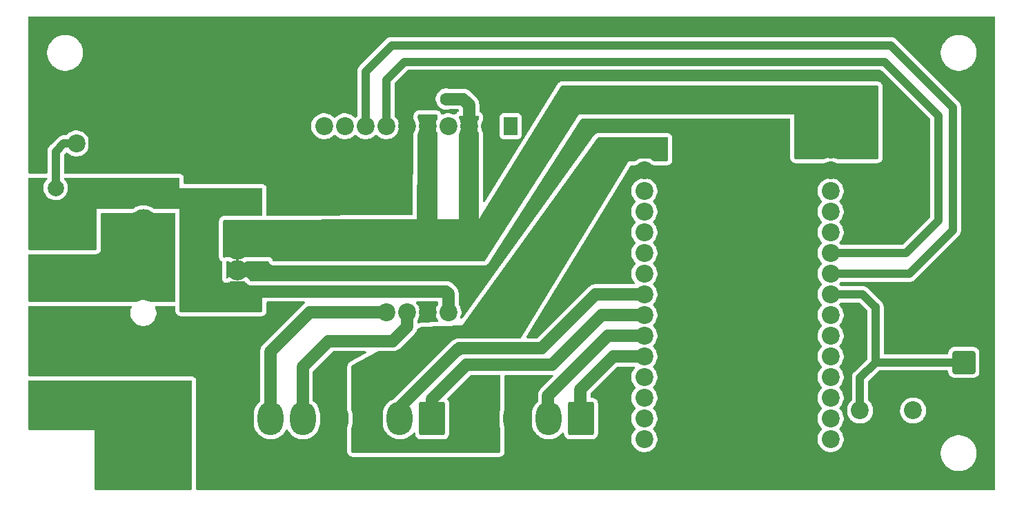
<source format=gbr>
%TF.GenerationSoftware,KiCad,Pcbnew,9.0.6*%
%TF.CreationDate,2026-01-26T13:56:56-03:00*%
%TF.ProjectId,RWPendulum,52575065-6e64-4756-9c75-6d2e6b696361,0*%
%TF.SameCoordinates,Original*%
%TF.FileFunction,Copper,L2,Bot*%
%TF.FilePolarity,Positive*%
%FSLAX46Y46*%
G04 Gerber Fmt 4.6, Leading zero omitted, Abs format (unit mm)*
G04 Created by KiCad (PCBNEW 9.0.6) date 2026-01-26 13:56:56*
%MOMM*%
%LPD*%
G01*
G04 APERTURE LIST*
G04 Aperture macros list*
%AMRoundRect*
0 Rectangle with rounded corners*
0 $1 Rounding radius*
0 $2 $3 $4 $5 $6 $7 $8 $9 X,Y pos of 4 corners*
0 Add a 4 corners polygon primitive as box body*
4,1,4,$2,$3,$4,$5,$6,$7,$8,$9,$2,$3,0*
0 Add four circle primitives for the rounded corners*
1,1,$1+$1,$2,$3*
1,1,$1+$1,$4,$5*
1,1,$1+$1,$6,$7*
1,1,$1+$1,$8,$9*
0 Add four rect primitives between the rounded corners*
20,1,$1+$1,$2,$3,$4,$5,0*
20,1,$1+$1,$4,$5,$6,$7,0*
20,1,$1+$1,$6,$7,$8,$9,0*
20,1,$1+$1,$8,$9,$2,$3,0*%
G04 Aperture macros list end*
%TA.AperFunction,ComponentPad*%
%ADD10C,2.200000*%
%TD*%
%TA.AperFunction,ComponentPad*%
%ADD11C,1.600000*%
%TD*%
%TA.AperFunction,ComponentPad*%
%ADD12R,1.980000X2.500000*%
%TD*%
%TA.AperFunction,ComponentPad*%
%ADD13C,2.500000*%
%TD*%
%TA.AperFunction,ComponentPad*%
%ADD14RoundRect,0.250001X-1.149999X1.149999X-1.149999X-1.149999X1.149999X-1.149999X1.149999X1.149999X0*%
%TD*%
%TA.AperFunction,ComponentPad*%
%ADD15C,2.800000*%
%TD*%
%TA.AperFunction,ComponentPad*%
%ADD16RoundRect,0.250000X0.550000X-0.750000X0.550000X0.750000X-0.550000X0.750000X-0.550000X-0.750000X0*%
%TD*%
%TA.AperFunction,ComponentPad*%
%ADD17C,2.000000*%
%TD*%
%TA.AperFunction,ComponentPad*%
%ADD18C,3.000000*%
%TD*%
%TA.AperFunction,ComponentPad*%
%ADD19RoundRect,0.250001X1.149999X-1.149999X1.149999X1.149999X-1.149999X1.149999X-1.149999X-1.149999X0*%
%TD*%
%TA.AperFunction,ComponentPad*%
%ADD20R,2.200000X2.200000*%
%TD*%
%TA.AperFunction,ComponentPad*%
%ADD21R,2.200000X1.800000*%
%TD*%
%TA.AperFunction,ComponentPad*%
%ADD22RoundRect,0.250000X1.330000X1.800000X-1.330000X1.800000X-1.330000X-1.800000X1.330000X-1.800000X0*%
%TD*%
%TA.AperFunction,ComponentPad*%
%ADD23O,3.160000X4.100000*%
%TD*%
%TA.AperFunction,ComponentPad*%
%ADD24R,1.700000X2.200000*%
%TD*%
%TA.AperFunction,Conductor*%
%ADD25C,1.500000*%
%TD*%
%TA.AperFunction,Conductor*%
%ADD26C,1.000000*%
%TD*%
G04 APERTURE END LIST*
D10*
%TO.P,SW2,1,1*%
%TO.N,GND*%
X196163000Y-124424000D03*
X189663000Y-124424000D03*
%TO.P,SW2,2,2*%
%TO.N,/BTN_EN_CONTROL*%
X196163000Y-119924000D03*
X189663000Y-119924000D03*
%TD*%
D11*
%TO.P,C1,1*%
%TO.N,GND*%
X148550000Y-116459000D03*
%TO.P,C1,2*%
%TO.N,+3V3*%
X143550000Y-116459000D03*
%TD*%
%TO.P,C2,1*%
%TO.N,GND*%
X125175000Y-116205000D03*
%TO.P,C2,2*%
%TO.N,+3V3*%
X130175000Y-116205000D03*
%TD*%
D12*
%TO.P,IC1,1,INPUT*%
%TO.N,+12V*%
X113292000Y-105283000D03*
D13*
%TO.P,IC1,2,GROUND*%
%TO.N,GND*%
X113292000Y-102733000D03*
%TO.P,IC1,3,OUTPUT*%
%TO.N,+5V*%
X113292000Y-100183000D03*
%TD*%
D11*
%TO.P,C4,1*%
%TO.N,+5V*%
X189143000Y-87884000D03*
%TO.P,C4,2*%
%TO.N,GND*%
X194143000Y-87884000D03*
%TD*%
D14*
%TO.P,J1,1,Pin_1*%
%TO.N,GND*%
X91440000Y-114253000D03*
D15*
%TO.P,J1,2,Pin_2*%
%TO.N,/V+_UNFUSED*%
X91440000Y-119253000D03*
%TD*%
D16*
%TO.P,C5,1*%
%TO.N,+12V*%
X110018564Y-93853000D03*
D17*
%TO.P,C5,2*%
%TO.N,GND*%
X110018564Y-90353000D03*
%TD*%
D18*
%TO.P,F1,1*%
%TO.N,/V+_UNFUSED*%
X101727000Y-119200000D03*
%TO.P,F1,2*%
%TO.N,/V+*%
X101727000Y-96700000D03*
%TD*%
D19*
%TO.P,J4,1,Pin_1*%
%TO.N,/BTN_EN_CONTROL*%
X202405500Y-114010000D03*
D15*
%TO.P,J4,2,Pin_2*%
%TO.N,GND*%
X202405500Y-109010000D03*
%TD*%
D20*
%TO.P,U2,1,3V3*%
%TO.N,+3V3*%
X163195000Y-87884000D03*
D10*
%TO.P,U2,2,GND*%
%TO.N,GND*%
X163195000Y-90424000D03*
%TO.P,U2,3,D15*%
%TO.N,unconnected-(U2-D15-Pad3)*%
X163195000Y-92964000D03*
%TO.P,U2,4,D2*%
%TO.N,unconnected-(U2-D2-Pad4)*%
X163195000Y-95504000D03*
%TO.P,U2,5,D4*%
%TO.N,unconnected-(U2-D4-Pad5)*%
X163195000Y-98044000D03*
%TO.P,U2,6,RX2*%
%TO.N,unconnected-(U2-RX2-Pad6)*%
X163195000Y-100584000D03*
%TO.P,U2,7,TX2*%
%TO.N,unconnected-(U2-TX2-Pad7)*%
X163195000Y-103124000D03*
%TO.P,U2,8,D5*%
%TO.N,/MOTOR_ENC_A*%
X163195000Y-105664000D03*
%TO.P,U2,9,D18*%
%TO.N,/MOTOR_ENC_B*%
X163195000Y-108204000D03*
%TO.P,U2,10,D19*%
%TO.N,/BASE_ENC_A*%
X163195000Y-110744000D03*
%TO.P,U2,11,D21*%
%TO.N,/BASE_ENC_B*%
X163195000Y-113284000D03*
%TO.P,U2,12,RX0*%
%TO.N,unconnected-(U2-RX0-Pad12)*%
X163195000Y-115824000D03*
%TO.P,U2,13,TX0*%
%TO.N,unconnected-(U2-TX0-Pad13)*%
X163195000Y-118364000D03*
%TO.P,U2,14,D22*%
%TO.N,unconnected-(U2-D22-Pad14)*%
X163195000Y-120904000D03*
%TO.P,U2,15,D23*%
%TO.N,unconnected-(U2-D23-Pad15)*%
X163195000Y-123444000D03*
%TO.P,U2,16,EN*%
%TO.N,unconnected-(U2-EN-Pad16)*%
X186055000Y-123444000D03*
%TO.P,U2,17,VP*%
%TO.N,unconnected-(U2-VP-Pad17)*%
X186055000Y-120904000D03*
%TO.P,U2,18,VN*%
%TO.N,unconnected-(U2-VN-Pad18)*%
X186055000Y-118364000D03*
%TO.P,U2,19,D34*%
%TO.N,unconnected-(U2-D34-Pad19)*%
X186055000Y-115824000D03*
%TO.P,U2,20,D35*%
%TO.N,unconnected-(U2-D35-Pad20)*%
X186055000Y-113284000D03*
%TO.P,U2,21,D32*%
%TO.N,unconnected-(U2-D32-Pad21)*%
X186055000Y-110744000D03*
%TO.P,U2,22,D33*%
%TO.N,unconnected-(U2-D33-Pad22)*%
X186055000Y-108204000D03*
%TO.P,U2,23,D25*%
%TO.N,/BTN_EN_CONTROL*%
X186055000Y-105664000D03*
%TO.P,U2,24,D26*%
%TO.N,/DRIVER_PWM1*%
X186055000Y-103124000D03*
%TO.P,U2,25,D27*%
%TO.N,/DRIVER_PWM2*%
X186055000Y-100584000D03*
%TO.P,U2,26,D14*%
%TO.N,unconnected-(U2-D14-Pad26)*%
X186055000Y-98044000D03*
%TO.P,U2,27,D12*%
%TO.N,unconnected-(U2-D12-Pad27)*%
X186055000Y-95504000D03*
%TO.P,U2,28,D13*%
%TO.N,unconnected-(U2-D13-Pad28)*%
X186055000Y-92964000D03*
%TO.P,U2,29,GND*%
%TO.N,GND*%
X186055000Y-90424000D03*
%TO.P,U2,30,VIN*%
%TO.N,+5V*%
X186055000Y-87884000D03*
%TD*%
D21*
%TO.P,D1,1,K*%
%TO.N,GND*%
X96048564Y-87122000D03*
D10*
%TO.P,D1,2,A*%
%TO.N,Net-(D1-A)*%
X93508564Y-87122000D03*
%TD*%
D22*
%TO.P,J3,1,Pin_1*%
%TO.N,/BASE_ENC_B*%
X155419000Y-120919000D03*
D23*
%TO.P,J3,2,Pin_2*%
%TO.N,/BASE_ENC_A*%
X151459000Y-120919000D03*
%TO.P,J3,3,Pin_3*%
%TO.N,GND*%
X147499000Y-120919000D03*
%TO.P,J3,4,Pin_4*%
%TO.N,+3V3*%
X143539000Y-120919000D03*
%TD*%
D11*
%TO.P,C3,1*%
%TO.N,+5V*%
X138898000Y-81661000D03*
%TO.P,C3,2*%
%TO.N,GND*%
X133898000Y-81661000D03*
%TD*%
D22*
%TO.P,J2,1,Pin_1*%
%TO.N,/MOTOR_ENC_B*%
X137154000Y-120919000D03*
D23*
%TO.P,J2,2,Pin_2*%
%TO.N,/MOTOR_ENC_A*%
X133194000Y-120919000D03*
%TO.P,J2,3,Pin_3*%
%TO.N,+3V3*%
X129234000Y-120919000D03*
%TO.P,J2,4,Pin_4*%
%TO.N,GND*%
X125274000Y-120919000D03*
%TO.P,J2,5,Pin_5*%
%TO.N,/MOTOR+*%
X121314000Y-120919000D03*
%TO.P,J2,6,Pin_6*%
%TO.N,/MOTOR-*%
X117354000Y-120919000D03*
%TD*%
D24*
%TO.P,A1,1,VM*%
%TO.N,unconnected-(A1-VM-Pad1)*%
X146772000Y-85003000D03*
D10*
%TO.P,A1,2,GND*%
%TO.N,GND*%
X144232000Y-85003000D03*
%TO.P,A1,3,VCC*%
%TO.N,+5V*%
X141692000Y-85003000D03*
%TO.P,A1,4,OCC*%
%TO.N,unconnected-(A1-OCC-Pad4)*%
X139152000Y-85003000D03*
%TO.P,A1,5,EN*%
%TO.N,+5V*%
X136612000Y-85003000D03*
%TO.P,A1,6,ENB*%
%TO.N,GND*%
X134072000Y-85003000D03*
%TO.P,A1,7,PWM2*%
%TO.N,/DRIVER_PWM2*%
X131532000Y-85003000D03*
%TO.P,A1,8,PWM1*%
%TO.N,/DRIVER_PWM1*%
X128992000Y-85003000D03*
%TO.P,A1,9,OCM*%
%TO.N,unconnected-(A1-OCM-Pad9)*%
X126452000Y-85003000D03*
%TO.P,A1,10,DIAG*%
%TO.N,unconnected-(A1-DIAG-Pad10)*%
X123912000Y-85003000D03*
%TO.P,A1,11,VIN*%
%TO.N,+12V*%
X139152000Y-107863000D03*
%TO.P,A1,12,GND*%
%TO.N,GND*%
X136612000Y-107863000D03*
%TO.P,A1,13,OUT2*%
%TO.N,/MOTOR+*%
X134072000Y-107863000D03*
%TO.P,A1,14,OUT1*%
%TO.N,/MOTOR-*%
X131532000Y-107863000D03*
%TD*%
D17*
%TO.P,R2,1*%
%TO.N,Net-(D1-A)*%
X90968564Y-92583000D03*
%TO.P,R2,2*%
%TO.N,+12V*%
X101128564Y-92583000D03*
%TD*%
D14*
%TO.P,SW1,1,A*%
%TO.N,+12V*%
X91440000Y-97997000D03*
D15*
%TO.P,SW1,2,B*%
%TO.N,/V+*%
X91440000Y-102997000D03*
%TD*%
D25*
%TO.N,/MOTOR_ENC_A*%
X157226000Y-105664000D02*
X163195000Y-105664000D01*
X140522159Y-112299000D02*
X150591000Y-112299000D01*
X140299158Y-112395000D02*
X140426158Y-112395000D01*
X135101000Y-117629000D02*
X135101000Y-117593158D01*
X140426158Y-112395000D02*
X140522159Y-112299000D01*
X150591000Y-112299000D02*
X157226000Y-105664000D01*
X133194000Y-119536000D02*
X135101000Y-117629000D01*
X135101000Y-117593158D02*
X140299158Y-112395000D01*
X133194000Y-120919000D02*
X133194000Y-119536000D01*
%TO.N,/MOTOR_ENC_B*%
X151892000Y-114300000D02*
X157988000Y-108204000D01*
X141351000Y-114300000D02*
X151892000Y-114300000D01*
X137102000Y-118549000D02*
X141351000Y-114300000D01*
X157988000Y-108204000D02*
X163195000Y-108204000D01*
X137102000Y-121473000D02*
X137102000Y-118549000D01*
%TO.N,/BASE_ENC_A*%
X151392000Y-118102000D02*
X151392000Y-121433000D01*
X158750000Y-110744000D02*
X151392000Y-118102000D01*
X163195000Y-110744000D02*
X158750000Y-110744000D01*
%TO.N,/BASE_ENC_B*%
X159385000Y-113284000D02*
X163195000Y-113284000D01*
X155352000Y-117317000D02*
X159385000Y-113284000D01*
X155352000Y-121433000D02*
X155352000Y-117317000D01*
D26*
%TO.N,/MOTOR_ENC_A*%
X133142000Y-121473000D02*
X133142000Y-119207000D01*
D25*
%TO.N,GND*%
X133898000Y-82193000D02*
X133898000Y-84829000D01*
X133898000Y-84829000D02*
X134072000Y-85003000D01*
X125175000Y-116205000D02*
X125175000Y-120820000D01*
X125175000Y-120820000D02*
X125274000Y-120919000D01*
D26*
%TO.N,/BTN_EN_CONTROL*%
X191552000Y-107224000D02*
X191552000Y-114010000D01*
X202405500Y-114010000D02*
X191552000Y-114010000D01*
X189663000Y-119924000D02*
X189663000Y-115899000D01*
X191516000Y-107188000D02*
X191552000Y-107224000D01*
X186055000Y-105664000D02*
X189992000Y-105664000D01*
X189663000Y-115899000D02*
X191552000Y-114010000D01*
X189992000Y-105664000D02*
X191516000Y-107188000D01*
%TO.N,/DRIVER_PWM1*%
X128992000Y-85003000D02*
X128992000Y-78272000D01*
X201041000Y-82677000D02*
X201041000Y-97790000D01*
X132207000Y-75057000D02*
X193421000Y-75057000D01*
X201041000Y-97790000D02*
X195707000Y-103124000D01*
X193421000Y-75057000D02*
X201041000Y-82677000D01*
X128992000Y-78272000D02*
X132207000Y-75057000D01*
X195707000Y-103124000D02*
X186055000Y-103124000D01*
D25*
%TO.N,+5V*%
X140970000Y-81661000D02*
X138898000Y-81661000D01*
X141692000Y-85003000D02*
X141692000Y-82383000D01*
X141692000Y-82383000D02*
X140970000Y-81661000D01*
%TO.N,+3V3*%
X143472000Y-121433000D02*
X143472000Y-116791000D01*
X143487724Y-121417276D02*
X143472000Y-121433000D01*
X129159000Y-120844000D02*
X129234000Y-120919000D01*
X143472000Y-116791000D02*
X143550000Y-116713000D01*
D26*
%TO.N,/DRIVER_PWM2*%
X131532000Y-85003000D02*
X131532000Y-79288000D01*
X133731000Y-77089000D02*
X192659000Y-77089000D01*
X195262500Y-100584000D02*
X186055000Y-100584000D01*
X131532000Y-79288000D02*
X133731000Y-77089000D01*
X199263000Y-83693000D02*
X199263000Y-96583500D01*
X192659000Y-77089000D02*
X199263000Y-83693000D01*
X199263000Y-96583500D02*
X195262500Y-100584000D01*
D25*
%TO.N,+12V*%
X113292000Y-105283000D02*
X138858000Y-105283000D01*
X139152000Y-107863000D02*
X139152000Y-105577000D01*
X139152000Y-105577000D02*
X138858000Y-105283000D01*
%TO.N,/MOTOR-*%
X122174000Y-107823000D02*
X122214000Y-107863000D01*
X122214000Y-107863000D02*
X131532000Y-107863000D01*
X117302000Y-121473000D02*
X117302000Y-112695000D01*
X117302000Y-112695000D02*
X122174000Y-107823000D01*
%TO.N,/MOTOR+*%
X124460000Y-111379000D02*
X132334000Y-111379000D01*
X121262000Y-114577000D02*
X124460000Y-111379000D01*
X121262000Y-121473000D02*
X121262000Y-114577000D01*
X132334000Y-111379000D02*
X134072000Y-109641000D01*
X134072000Y-109641000D02*
X134072000Y-107863000D01*
D26*
%TO.N,Net-(D1-A)*%
X91948000Y-87122000D02*
X93508564Y-87122000D01*
X90968564Y-92583000D02*
X90968564Y-88101436D01*
X90968564Y-88101436D02*
X91948000Y-87122000D01*
%TD*%
%TA.AperFunction,Conductor*%
%TO.N,/V+_UNFUSED*%
G36*
X107639039Y-116224685D02*
G01*
X107684794Y-116277489D01*
X107696000Y-116329000D01*
X107696000Y-129543000D01*
X107676315Y-129610039D01*
X107623511Y-129655794D01*
X107572000Y-129667000D01*
X95882000Y-129667000D01*
X95814961Y-129647315D01*
X95769206Y-129594511D01*
X95758000Y-129543000D01*
X95758000Y-122301000D01*
X87746500Y-122301000D01*
X87679461Y-122281315D01*
X87633706Y-122228511D01*
X87622500Y-122177000D01*
X87622500Y-116329000D01*
X87642185Y-116261961D01*
X87694989Y-116216206D01*
X87746500Y-116205000D01*
X107572000Y-116205000D01*
X107639039Y-116224685D01*
G37*
%TD.AperFunction*%
%TD*%
%TA.AperFunction,Conductor*%
%TO.N,+5V*%
G36*
X191840039Y-80029685D02*
G01*
X191885794Y-80082489D01*
X191897000Y-80134000D01*
X191897000Y-88903000D01*
X191877315Y-88970039D01*
X191824511Y-89015794D01*
X191773000Y-89027000D01*
X186868407Y-89027000D01*
X186812112Y-89013485D01*
X186669383Y-88940760D01*
X186429785Y-88862910D01*
X186364059Y-88852500D01*
X186180962Y-88823500D01*
X185929038Y-88823500D01*
X185804626Y-88843205D01*
X185680214Y-88862910D01*
X185440616Y-88940760D01*
X185297888Y-89013485D01*
X185241593Y-89027000D01*
X181734000Y-89027000D01*
X181666961Y-89007315D01*
X181621206Y-88954511D01*
X181610000Y-88903000D01*
X181610000Y-83566000D01*
X155194000Y-83566000D01*
X143673589Y-101542905D01*
X143620843Y-101588728D01*
X143569187Y-101600000D01*
X119761000Y-101600000D01*
X117708304Y-101600000D01*
X117641265Y-101580315D01*
X117595510Y-101527511D01*
X117589327Y-101510936D01*
X117586569Y-101501544D01*
X117553819Y-101390008D01*
X117476031Y-101268968D01*
X117367294Y-101174746D01*
X117367290Y-101174744D01*
X117236419Y-101114976D01*
X117236414Y-101114975D01*
X117094000Y-101094500D01*
X114320840Y-101094500D01*
X114320830Y-101094500D01*
X114278777Y-101096252D01*
X114138563Y-101128506D01*
X114138553Y-101128511D01*
X114129156Y-101133788D01*
X114061064Y-101149449D01*
X114020990Y-101140230D01*
X113855887Y-101071842D01*
X113855885Y-101071841D01*
X113855884Y-101071841D01*
X113790035Y-101054197D01*
X113634238Y-101012452D01*
X113596215Y-101007446D01*
X113406741Y-100982500D01*
X113406734Y-100982500D01*
X113177266Y-100982500D01*
X113177258Y-100982500D01*
X112960715Y-101011009D01*
X112949762Y-101012452D01*
X112901700Y-101025330D01*
X112728112Y-101071842D01*
X112559318Y-101141759D01*
X112489849Y-101149228D01*
X112460355Y-101139993D01*
X112405575Y-101114976D01*
X112405573Y-101114975D01*
X112263159Y-101094500D01*
X111887000Y-101094500D01*
X111886997Y-101094500D01*
X111815059Y-101099644D01*
X111724882Y-101126123D01*
X111677008Y-101140181D01*
X111677006Y-101140182D01*
X111668500Y-101142680D01*
X111667744Y-101140106D01*
X111612335Y-101148065D01*
X111548784Y-101119031D01*
X111511018Y-101060248D01*
X111506000Y-101025330D01*
X111506000Y-96643499D01*
X111525685Y-96576460D01*
X111578489Y-96530705D01*
X111629497Y-96519500D01*
X135272104Y-96423780D01*
X135255000Y-98425000D01*
X137795000Y-98425000D01*
X137795000Y-96413566D01*
X140462000Y-96402768D01*
X140462000Y-97663000D01*
X142875000Y-97663000D01*
X142875000Y-96393000D01*
X152998629Y-80068647D01*
X153050690Y-80022049D01*
X153104010Y-80010000D01*
X191773000Y-80010000D01*
X191840039Y-80029685D01*
G37*
%TD.AperFunction*%
%TD*%
%TA.AperFunction,Conductor*%
%TO.N,+12V*%
G36*
X89884214Y-91332685D02*
G01*
X89929969Y-91385489D01*
X89939913Y-91454647D01*
X89910888Y-91518203D01*
X89904856Y-91524681D01*
X89824049Y-91605487D01*
X89824049Y-91605488D01*
X89824047Y-91605490D01*
X89801631Y-91636343D01*
X89685221Y-91796566D01*
X89577997Y-92007003D01*
X89505010Y-92231631D01*
X89468064Y-92464902D01*
X89468064Y-92701097D01*
X89505010Y-92934368D01*
X89577997Y-93158996D01*
X89685221Y-93369433D01*
X89824047Y-93560510D01*
X89991054Y-93727517D01*
X90182131Y-93866343D01*
X90281555Y-93917002D01*
X90392567Y-93973566D01*
X90392569Y-93973566D01*
X90392572Y-93973568D01*
X90512976Y-94012689D01*
X90617195Y-94046553D01*
X90850467Y-94083500D01*
X90850472Y-94083500D01*
X91086661Y-94083500D01*
X91319932Y-94046553D01*
X91544556Y-93973568D01*
X91754997Y-93866343D01*
X91946074Y-93727517D01*
X92113081Y-93560510D01*
X92251907Y-93369433D01*
X92359132Y-93158992D01*
X92432117Y-92934368D01*
X92469064Y-92701097D01*
X92469064Y-92464902D01*
X92432117Y-92231631D01*
X92359130Y-92007003D01*
X92251906Y-91796566D01*
X92113081Y-91605490D01*
X92032272Y-91524681D01*
X91998787Y-91463358D01*
X92003771Y-91393666D01*
X92045643Y-91337733D01*
X92111107Y-91313316D01*
X92119953Y-91313000D01*
X106048000Y-91313000D01*
X106115039Y-91332685D01*
X106160794Y-91385489D01*
X106172000Y-91437000D01*
X106172000Y-92583000D01*
X116208000Y-92583000D01*
X116275039Y-92602685D01*
X116320794Y-92655489D01*
X116332000Y-92707000D01*
X116332000Y-95871457D01*
X116312315Y-95938496D01*
X116259511Y-95984251D01*
X116208502Y-95995456D01*
X111627458Y-96014003D01*
X111573144Y-96020009D01*
X111521039Y-96025772D01*
X111496805Y-96031095D01*
X111470039Y-96036975D01*
X111470036Y-96036975D01*
X111470031Y-96036977D01*
X111368496Y-96070886D01*
X111368494Y-96070886D01*
X111368494Y-96070887D01*
X111368490Y-96070889D01*
X111247462Y-96148669D01*
X111247451Y-96148678D01*
X111194659Y-96194422D01*
X111100433Y-96303163D01*
X111100430Y-96303167D01*
X111040664Y-96434033D01*
X111020976Y-96501081D01*
X111000500Y-96643500D01*
X111000500Y-101025344D01*
X111005637Y-101097209D01*
X111005640Y-101097239D01*
X111010658Y-101132157D01*
X111025975Y-101202596D01*
X111085723Y-101333478D01*
X111085730Y-101333492D01*
X111123483Y-101392254D01*
X111123492Y-101392266D01*
X111217694Y-101501012D01*
X111217697Y-101501015D01*
X111259137Y-101527655D01*
X111324555Y-101569710D01*
X111370302Y-101622519D01*
X111381500Y-101674015D01*
X111381500Y-103752199D01*
X111381501Y-103752218D01*
X111393050Y-103859645D01*
X111393051Y-103859647D01*
X111443329Y-103994454D01*
X111443330Y-103994455D01*
X111529553Y-104109638D01*
X111644734Y-104195864D01*
X111644737Y-104195865D01*
X111779536Y-104246144D01*
X111779537Y-104246144D01*
X111779542Y-104246146D01*
X111913474Y-104255726D01*
X111923055Y-104256412D01*
X111923055Y-104256411D01*
X111923056Y-104256412D01*
X112063649Y-104225830D01*
X112167092Y-104169347D01*
X112235361Y-104154496D01*
X112300825Y-104178913D01*
X112301950Y-104179765D01*
X112317388Y-104191611D01*
X112376657Y-104225830D01*
X112516108Y-104306342D01*
X112516123Y-104306349D01*
X112607086Y-104344027D01*
X112728113Y-104394158D01*
X112949762Y-104453548D01*
X113177266Y-104483500D01*
X113177273Y-104483500D01*
X113406727Y-104483500D01*
X113406734Y-104483500D01*
X113634238Y-104453548D01*
X113855887Y-104394158D01*
X114067888Y-104306344D01*
X114190407Y-104235607D01*
X114258302Y-104219136D01*
X114324329Y-104241988D01*
X114356718Y-104275957D01*
X114400464Y-104344027D01*
X114400467Y-104344030D01*
X114400468Y-104344032D01*
X114509205Y-104438254D01*
X114542690Y-104453546D01*
X114640079Y-104498023D01*
X114640082Y-104498023D01*
X114640083Y-104498024D01*
X114782499Y-104518500D01*
X114782502Y-104518500D01*
X116208000Y-104518500D01*
X116275039Y-104538185D01*
X116320794Y-104590989D01*
X116332000Y-104642500D01*
X116332000Y-107699000D01*
X116312315Y-107766039D01*
X116259511Y-107811794D01*
X116208000Y-107823000D01*
X106296000Y-107823000D01*
X106228961Y-107803315D01*
X106183206Y-107750511D01*
X106172000Y-107699000D01*
X106172000Y-95123000D01*
X103000085Y-95123000D01*
X102933046Y-95103315D01*
X102924598Y-95097375D01*
X102840803Y-95033075D01*
X102613700Y-94901958D01*
X102613690Y-94901953D01*
X102371428Y-94801605D01*
X102371421Y-94801603D01*
X102371419Y-94801602D01*
X102118116Y-94733730D01*
X102060339Y-94726123D01*
X101858127Y-94699500D01*
X101858120Y-94699500D01*
X101595880Y-94699500D01*
X101595872Y-94699500D01*
X101364772Y-94729926D01*
X101335884Y-94733730D01*
X101082581Y-94801602D01*
X101082571Y-94801605D01*
X100840309Y-94901953D01*
X100840299Y-94901958D01*
X100613196Y-95033075D01*
X100529402Y-95097375D01*
X100464233Y-95122570D01*
X100453915Y-95123000D01*
X96012000Y-95123000D01*
X96012000Y-100079000D01*
X95992315Y-100146039D01*
X95939511Y-100191794D01*
X95888000Y-100203000D01*
X87746500Y-100203000D01*
X87679461Y-100183315D01*
X87633706Y-100130511D01*
X87622500Y-100079000D01*
X87622500Y-91437000D01*
X87642185Y-91369961D01*
X87694989Y-91324206D01*
X87746500Y-91313000D01*
X89817175Y-91313000D01*
X89884214Y-91332685D01*
G37*
%TD.AperFunction*%
%TD*%
%TA.AperFunction,Conductor*%
%TO.N,GND*%
G36*
X206204539Y-71521185D02*
G01*
X206250294Y-71573989D01*
X206261500Y-71625500D01*
X206261500Y-129548500D01*
X206241815Y-129615539D01*
X206189011Y-129661294D01*
X206137500Y-129672500D01*
X108325423Y-129672500D01*
X108258384Y-129652815D01*
X108212629Y-129600011D01*
X108203152Y-129547429D01*
X108201500Y-129547429D01*
X108201500Y-116329010D01*
X108201500Y-116329000D01*
X108189947Y-116221544D01*
X108178741Y-116170033D01*
X108178637Y-116169722D01*
X108144616Y-116067502D01*
X108144613Y-116067496D01*
X108066825Y-115946457D01*
X108066820Y-115946451D01*
X108021076Y-115893659D01*
X108021072Y-115893656D01*
X108021070Y-115893653D01*
X107912336Y-115799433D01*
X107912333Y-115799431D01*
X107912331Y-115799430D01*
X107781465Y-115739664D01*
X107781460Y-115739662D01*
X107781459Y-115739662D01*
X107714420Y-115719977D01*
X107714422Y-115719977D01*
X107714417Y-115719976D01*
X107652354Y-115711053D01*
X107572000Y-115699500D01*
X87746500Y-115699500D01*
X87679461Y-115679815D01*
X87633706Y-115627011D01*
X87622500Y-115575500D01*
X87622500Y-107182500D01*
X87642185Y-107115461D01*
X87694989Y-107069706D01*
X87746500Y-107058500D01*
X100182609Y-107058500D01*
X100249648Y-107078185D01*
X100295403Y-107130989D01*
X100305347Y-107200147D01*
X100293094Y-107238795D01*
X100243761Y-107335616D01*
X100165910Y-107575214D01*
X100129286Y-107806450D01*
X100126500Y-107824038D01*
X100126500Y-108075962D01*
X100157488Y-108271613D01*
X100165910Y-108324785D01*
X100243760Y-108564383D01*
X100358132Y-108788848D01*
X100506201Y-108992649D01*
X100506205Y-108992654D01*
X100684345Y-109170794D01*
X100684350Y-109170798D01*
X100862117Y-109299952D01*
X100888155Y-109318870D01*
X100993420Y-109372505D01*
X101112616Y-109433239D01*
X101112618Y-109433239D01*
X101112621Y-109433241D01*
X101352215Y-109511090D01*
X101601038Y-109550500D01*
X101601039Y-109550500D01*
X101852961Y-109550500D01*
X101852962Y-109550500D01*
X102101785Y-109511090D01*
X102341379Y-109433241D01*
X102565845Y-109318870D01*
X102769656Y-109170793D01*
X102947793Y-108992656D01*
X103095870Y-108788845D01*
X103210241Y-108564379D01*
X103288090Y-108324785D01*
X103327500Y-108075962D01*
X103327500Y-107824038D01*
X103288090Y-107575215D01*
X103210241Y-107335621D01*
X103178509Y-107273343D01*
X103160906Y-107238795D01*
X103148010Y-107170125D01*
X103174286Y-107105385D01*
X103231393Y-107065128D01*
X103271391Y-107058500D01*
X105542500Y-107058500D01*
X105609539Y-107078185D01*
X105655294Y-107130989D01*
X105666500Y-107182500D01*
X105666500Y-107699000D01*
X105666501Y-107699009D01*
X105678052Y-107806450D01*
X105678054Y-107806462D01*
X105689260Y-107857972D01*
X105723383Y-107960497D01*
X105723386Y-107960503D01*
X105801171Y-108081537D01*
X105801179Y-108081548D01*
X105846923Y-108134340D01*
X105846926Y-108134343D01*
X105846930Y-108134347D01*
X105955664Y-108228567D01*
X105955667Y-108228568D01*
X105955668Y-108228569D01*
X106049925Y-108271616D01*
X106086541Y-108288338D01*
X106153580Y-108308023D01*
X106153584Y-108308024D01*
X106296000Y-108328500D01*
X106296003Y-108328500D01*
X116207990Y-108328500D01*
X116208000Y-108328500D01*
X116315456Y-108316947D01*
X116366967Y-108305741D01*
X116401197Y-108294347D01*
X116469497Y-108271616D01*
X116469501Y-108271613D01*
X116469504Y-108271613D01*
X116590543Y-108193825D01*
X116643347Y-108148070D01*
X116737567Y-108039336D01*
X116797338Y-107908459D01*
X116817023Y-107841420D01*
X116817024Y-107841416D01*
X116837500Y-107699000D01*
X116837500Y-106657500D01*
X116857185Y-106590461D01*
X116909989Y-106544706D01*
X116961500Y-106533500D01*
X121439733Y-106533500D01*
X121506772Y-106553185D01*
X121552527Y-106605989D01*
X121562471Y-106675147D01*
X121533446Y-106738703D01*
X121512618Y-106757818D01*
X121463539Y-106793475D01*
X121463540Y-106793476D01*
X121359352Y-106869173D01*
X116348174Y-111880351D01*
X116348174Y-111880352D01*
X116348172Y-111880354D01*
X116314776Y-111926319D01*
X116232476Y-112039594D01*
X116143117Y-112214971D01*
X116092736Y-112370027D01*
X116082290Y-112402173D01*
X116051500Y-112596577D01*
X116051500Y-118764880D01*
X116031815Y-118831919D01*
X116002989Y-118863253D01*
X115979297Y-118881433D01*
X115979282Y-118881446D01*
X115786444Y-119074283D01*
X115786439Y-119074289D01*
X115620415Y-119290656D01*
X115484054Y-119526840D01*
X115484047Y-119526855D01*
X115379684Y-119778811D01*
X115309097Y-120042245D01*
X115273501Y-120312627D01*
X115273500Y-120312643D01*
X115273500Y-121525356D01*
X115273501Y-121525372D01*
X115309097Y-121795754D01*
X115379684Y-122059188D01*
X115484047Y-122311144D01*
X115484054Y-122311159D01*
X115620415Y-122547343D01*
X115786439Y-122763710D01*
X115786445Y-122763717D01*
X115979282Y-122956554D01*
X115979289Y-122956560D01*
X116195656Y-123122584D01*
X116431840Y-123258945D01*
X116431855Y-123258952D01*
X116559225Y-123311710D01*
X116683810Y-123363315D01*
X116947244Y-123433902D01*
X117217637Y-123469500D01*
X117217644Y-123469500D01*
X117490356Y-123469500D01*
X117490363Y-123469500D01*
X117760756Y-123433902D01*
X118024190Y-123363315D01*
X118276156Y-123258947D01*
X118512344Y-123122584D01*
X118728712Y-122956559D01*
X118921559Y-122763712D01*
X119087584Y-122547344D01*
X119223947Y-122311156D01*
X119223946Y-122311156D01*
X119225977Y-122307640D01*
X119227420Y-122308473D01*
X119270083Y-122262093D01*
X119337676Y-122244405D01*
X119404103Y-122266068D01*
X119440758Y-122308370D01*
X119442023Y-122307640D01*
X119580415Y-122547343D01*
X119746439Y-122763710D01*
X119746445Y-122763717D01*
X119939282Y-122956554D01*
X119939289Y-122956560D01*
X120155656Y-123122584D01*
X120391840Y-123258945D01*
X120391855Y-123258952D01*
X120519225Y-123311710D01*
X120643810Y-123363315D01*
X120907244Y-123433902D01*
X121177637Y-123469500D01*
X121177644Y-123469500D01*
X121450356Y-123469500D01*
X121450363Y-123469500D01*
X121720756Y-123433902D01*
X121984190Y-123363315D01*
X122236156Y-123258947D01*
X122472344Y-123122584D01*
X122688712Y-122956559D01*
X122881559Y-122763712D01*
X123047584Y-122547344D01*
X123183947Y-122311156D01*
X123288315Y-122059190D01*
X123358902Y-121795756D01*
X123394500Y-121525363D01*
X123394500Y-120312637D01*
X123358902Y-120042244D01*
X123288315Y-119778810D01*
X123217415Y-119607642D01*
X123183952Y-119526855D01*
X123183945Y-119526840D01*
X123047584Y-119290656D01*
X122881560Y-119074289D01*
X122881554Y-119074282D01*
X122688719Y-118881447D01*
X122688714Y-118881443D01*
X122688712Y-118881441D01*
X122624174Y-118831919D01*
X122561012Y-118783452D01*
X122519810Y-118727024D01*
X122512500Y-118685077D01*
X122512500Y-115146336D01*
X122532185Y-115079297D01*
X122548819Y-115058655D01*
X124941655Y-112665819D01*
X125002978Y-112632334D01*
X125029336Y-112629500D01*
X128958253Y-112629500D01*
X129025292Y-112649185D01*
X129071047Y-112701989D01*
X129080991Y-112771147D01*
X129051966Y-112834703D01*
X129018743Y-112861744D01*
X128884056Y-112937011D01*
X127070919Y-113950233D01*
X126971242Y-114023231D01*
X126971232Y-114023239D01*
X126927421Y-114064431D01*
X126848434Y-114159416D01*
X126788663Y-114290291D01*
X126777986Y-114326654D01*
X126768977Y-114357334D01*
X126768976Y-114357338D01*
X126748500Y-114499754D01*
X126748500Y-119783700D01*
X126750287Y-119810960D01*
X126752824Y-119849682D01*
X126757048Y-119881766D01*
X126769948Y-119946622D01*
X126819949Y-120133228D01*
X126823112Y-120149135D01*
X126847938Y-120337703D01*
X126847939Y-120337706D01*
X126849000Y-120353891D01*
X126849000Y-121484105D01*
X126847939Y-121500291D01*
X126823111Y-121688868D01*
X126819947Y-121704775D01*
X126769952Y-121891362D01*
X126769950Y-121891369D01*
X126757050Y-121956220D01*
X126757049Y-121956226D01*
X126752824Y-121988315D01*
X126752824Y-121988319D01*
X126748500Y-122054298D01*
X126748500Y-124971000D01*
X126748501Y-124971009D01*
X126760052Y-125078450D01*
X126760054Y-125078462D01*
X126771260Y-125129972D01*
X126805383Y-125232497D01*
X126805386Y-125232503D01*
X126883171Y-125353537D01*
X126883179Y-125353548D01*
X126928923Y-125406340D01*
X126928926Y-125406343D01*
X126928930Y-125406347D01*
X127037664Y-125500567D01*
X127037667Y-125500568D01*
X127037668Y-125500569D01*
X127131925Y-125543616D01*
X127168541Y-125560338D01*
X127235580Y-125580023D01*
X127235584Y-125580024D01*
X127378000Y-125600500D01*
X127378003Y-125600500D01*
X145417990Y-125600500D01*
X145418000Y-125600500D01*
X145525456Y-125588947D01*
X145576967Y-125577741D01*
X145611197Y-125566347D01*
X145679497Y-125543616D01*
X145679501Y-125543613D01*
X145679504Y-125543613D01*
X145800543Y-125465825D01*
X145853347Y-125420070D01*
X145947567Y-125311336D01*
X146007338Y-125180459D01*
X146027023Y-125113420D01*
X146027024Y-125113416D01*
X146047500Y-124971000D01*
X146047500Y-122125656D01*
X146037787Y-122027036D01*
X146028348Y-121979584D01*
X146014683Y-121934542D01*
X146013583Y-121930687D01*
X146012958Y-121928355D01*
X146012959Y-121928355D01*
X145953047Y-121704762D01*
X145949886Y-121688868D01*
X145925061Y-121500294D01*
X145924000Y-121484110D01*
X145924000Y-120353888D01*
X145925061Y-120337703D01*
X145928362Y-120312627D01*
X145949887Y-120149127D01*
X145953046Y-120133242D01*
X146012963Y-119909634D01*
X146012962Y-119909633D01*
X146013600Y-119907254D01*
X146014701Y-119903396D01*
X146028348Y-119858413D01*
X146037787Y-119810960D01*
X146047500Y-119712342D01*
X146047500Y-115674500D01*
X146067185Y-115607461D01*
X146119989Y-115561706D01*
X146171500Y-115550500D01*
X151875663Y-115550500D01*
X151942702Y-115570185D01*
X151988457Y-115622989D01*
X151998401Y-115692147D01*
X151969376Y-115755703D01*
X151963344Y-115762181D01*
X150438174Y-117287351D01*
X150438172Y-117287354D01*
X150400526Y-117339169D01*
X150322476Y-117446594D01*
X150233117Y-117621971D01*
X150198836Y-117727477D01*
X150198836Y-117727478D01*
X150172290Y-117809173D01*
X150141500Y-118003577D01*
X150141500Y-118776391D01*
X150121815Y-118843430D01*
X150092990Y-118874763D01*
X150086567Y-118879691D01*
X150084285Y-118881443D01*
X150084282Y-118881446D01*
X149891444Y-119074283D01*
X149891439Y-119074289D01*
X149725415Y-119290656D01*
X149589054Y-119526840D01*
X149589047Y-119526855D01*
X149484684Y-119778811D01*
X149414097Y-120042245D01*
X149378501Y-120312627D01*
X149378500Y-120312643D01*
X149378500Y-121525356D01*
X149378501Y-121525372D01*
X149414097Y-121795754D01*
X149484684Y-122059188D01*
X149589047Y-122311144D01*
X149589054Y-122311159D01*
X149725415Y-122547343D01*
X149891439Y-122763710D01*
X149891445Y-122763717D01*
X150084282Y-122956554D01*
X150084289Y-122956560D01*
X150300656Y-123122584D01*
X150536840Y-123258945D01*
X150536855Y-123258952D01*
X150664225Y-123311710D01*
X150788810Y-123363315D01*
X151052244Y-123433902D01*
X151322637Y-123469500D01*
X151322644Y-123469500D01*
X151595356Y-123469500D01*
X151595363Y-123469500D01*
X151865756Y-123433902D01*
X152129190Y-123363315D01*
X152381156Y-123258947D01*
X152617344Y-123122584D01*
X152833712Y-122956559D01*
X153026559Y-122763712D01*
X153116126Y-122646985D01*
X153172551Y-122605784D01*
X153242297Y-122601629D01*
X153303218Y-122635841D01*
X153335971Y-122697557D01*
X153338500Y-122722471D01*
X153338500Y-122768999D01*
X153338501Y-122769019D01*
X153349000Y-122871796D01*
X153349001Y-122871799D01*
X153382371Y-122972501D01*
X153404186Y-123038334D01*
X153496288Y-123187656D01*
X153620344Y-123311712D01*
X153769666Y-123403814D01*
X153936203Y-123458999D01*
X154038991Y-123469500D01*
X156799008Y-123469499D01*
X156901797Y-123458999D01*
X157068334Y-123403814D01*
X157217656Y-123311712D01*
X157341712Y-123187656D01*
X157433814Y-123038334D01*
X157488999Y-122871797D01*
X157499500Y-122769009D01*
X157499499Y-119068992D01*
X157488999Y-118966203D01*
X157433814Y-118799666D01*
X157341712Y-118650344D01*
X157217656Y-118526288D01*
X157124888Y-118469069D01*
X157068336Y-118434187D01*
X157068331Y-118434185D01*
X157066862Y-118433698D01*
X156901797Y-118379001D01*
X156901795Y-118379000D01*
X156799016Y-118368500D01*
X156799009Y-118368500D01*
X156726500Y-118368500D01*
X156659461Y-118348815D01*
X156613706Y-118296011D01*
X156602500Y-118244500D01*
X156602500Y-117886336D01*
X156622185Y-117819297D01*
X156638819Y-117798655D01*
X159866655Y-114570819D01*
X159927978Y-114537334D01*
X159954336Y-114534500D01*
X161921689Y-114534500D01*
X161988728Y-114554185D01*
X162034483Y-114606989D01*
X162044427Y-114676147D01*
X162015402Y-114739703D01*
X162009370Y-114746181D01*
X161974205Y-114781345D01*
X161974201Y-114781350D01*
X161826132Y-114985151D01*
X161711760Y-115209616D01*
X161633910Y-115449214D01*
X161594500Y-115698038D01*
X161594500Y-115949961D01*
X161633910Y-116198785D01*
X161711760Y-116438383D01*
X161826132Y-116662848D01*
X161974201Y-116866649D01*
X161974205Y-116866654D01*
X162113870Y-117006319D01*
X162147355Y-117067642D01*
X162142371Y-117137334D01*
X162113870Y-117181681D01*
X161974205Y-117321345D01*
X161974201Y-117321350D01*
X161826132Y-117525151D01*
X161711760Y-117749616D01*
X161684026Y-117834974D01*
X161633910Y-117989215D01*
X161594500Y-118238038D01*
X161594500Y-118489962D01*
X161612609Y-118604296D01*
X161633910Y-118738785D01*
X161711760Y-118978383D01*
X161766162Y-119085151D01*
X161820100Y-119191011D01*
X161826132Y-119202848D01*
X161974201Y-119406649D01*
X161974205Y-119406654D01*
X162113870Y-119546319D01*
X162147355Y-119607642D01*
X162142371Y-119677334D01*
X162113870Y-119721681D01*
X161974205Y-119861345D01*
X161974201Y-119861350D01*
X161826132Y-120065151D01*
X161711760Y-120289616D01*
X161633910Y-120529214D01*
X161594500Y-120778038D01*
X161594500Y-121029961D01*
X161633910Y-121278785D01*
X161711760Y-121518383D01*
X161790413Y-121672747D01*
X161806732Y-121704775D01*
X161826132Y-121742848D01*
X161974201Y-121946649D01*
X161974205Y-121946654D01*
X162113870Y-122086319D01*
X162147355Y-122147642D01*
X162142371Y-122217334D01*
X162113870Y-122261681D01*
X161974205Y-122401345D01*
X161974201Y-122401350D01*
X161826132Y-122605151D01*
X161711760Y-122829616D01*
X161633910Y-123069214D01*
X161594500Y-123318038D01*
X161594500Y-123569961D01*
X161633910Y-123818785D01*
X161711760Y-124058383D01*
X161826132Y-124282848D01*
X161974201Y-124486649D01*
X161974205Y-124486654D01*
X162152345Y-124664794D01*
X162152350Y-124664798D01*
X162259684Y-124742780D01*
X162356155Y-124812870D01*
X162499184Y-124885747D01*
X162580616Y-124927239D01*
X162580618Y-124927239D01*
X162580621Y-124927241D01*
X162820215Y-125005090D01*
X163069038Y-125044500D01*
X163069039Y-125044500D01*
X163320961Y-125044500D01*
X163320962Y-125044500D01*
X163569785Y-125005090D01*
X163809379Y-124927241D01*
X164033845Y-124812870D01*
X164237656Y-124664793D01*
X164415793Y-124486656D01*
X164563870Y-124282845D01*
X164678241Y-124058379D01*
X164756090Y-123818785D01*
X164795500Y-123569962D01*
X164795500Y-123318038D01*
X164756090Y-123069215D01*
X164678241Y-122829621D01*
X164678239Y-122829618D01*
X164678239Y-122829616D01*
X164610951Y-122697557D01*
X164563870Y-122605155D01*
X164521867Y-122547343D01*
X164415798Y-122401350D01*
X164415794Y-122401345D01*
X164276130Y-122261681D01*
X164242645Y-122200358D01*
X164247629Y-122130666D01*
X164276130Y-122086319D01*
X164335413Y-122027036D01*
X164415793Y-121946656D01*
X164563870Y-121742845D01*
X164678241Y-121518379D01*
X164756090Y-121278785D01*
X164795500Y-121029962D01*
X164795500Y-120778038D01*
X164756090Y-120529215D01*
X164678241Y-120289621D01*
X164678239Y-120289618D01*
X164678239Y-120289616D01*
X164606660Y-120149136D01*
X164563870Y-120065155D01*
X164450878Y-119909634D01*
X164415798Y-119861350D01*
X164415794Y-119861345D01*
X164276130Y-119721681D01*
X164242645Y-119660358D01*
X164247629Y-119590666D01*
X164276130Y-119546319D01*
X164295609Y-119526840D01*
X164415793Y-119406656D01*
X164563870Y-119202845D01*
X164678241Y-118978379D01*
X164756090Y-118738785D01*
X164795500Y-118489962D01*
X164795500Y-118238038D01*
X164756090Y-117989215D01*
X164678241Y-117749621D01*
X164678239Y-117749618D01*
X164678239Y-117749616D01*
X164636747Y-117668184D01*
X164563870Y-117525155D01*
X164506792Y-117446594D01*
X164415798Y-117321350D01*
X164415794Y-117321345D01*
X164276130Y-117181681D01*
X164242645Y-117120358D01*
X164247629Y-117050666D01*
X164276130Y-117006319D01*
X164415793Y-116866656D01*
X164563870Y-116662845D01*
X164678241Y-116438379D01*
X164756090Y-116198785D01*
X164795500Y-115949962D01*
X164795500Y-115698038D01*
X164756090Y-115449215D01*
X164678241Y-115209621D01*
X164678239Y-115209618D01*
X164678239Y-115209616D01*
X164633524Y-115121859D01*
X164563870Y-114985155D01*
X164544952Y-114959117D01*
X164415798Y-114781350D01*
X164415794Y-114781345D01*
X164276130Y-114641681D01*
X164242645Y-114580358D01*
X164247629Y-114510666D01*
X164276130Y-114466319D01*
X164415793Y-114326656D01*
X164563870Y-114122845D01*
X164678241Y-113898379D01*
X164756090Y-113658785D01*
X164795500Y-113409962D01*
X164795500Y-113158038D01*
X164756090Y-112909215D01*
X164678241Y-112669621D01*
X164678239Y-112669618D01*
X164678239Y-112669616D01*
X164612533Y-112540662D01*
X164563870Y-112445155D01*
X164524774Y-112391344D01*
X164415798Y-112241350D01*
X164415794Y-112241345D01*
X164276130Y-112101681D01*
X164242645Y-112040358D01*
X164247629Y-111970666D01*
X164276130Y-111926319D01*
X164322098Y-111880351D01*
X164415793Y-111786656D01*
X164563870Y-111582845D01*
X164678241Y-111358379D01*
X164756090Y-111118785D01*
X164795500Y-110869962D01*
X164795500Y-110618038D01*
X164756090Y-110369215D01*
X164678241Y-110129621D01*
X164678239Y-110129618D01*
X164678239Y-110129616D01*
X164636747Y-110048184D01*
X164563870Y-109905155D01*
X164544952Y-109879117D01*
X164415798Y-109701350D01*
X164415794Y-109701345D01*
X164276130Y-109561681D01*
X164242645Y-109500358D01*
X164247629Y-109430666D01*
X164276130Y-109386319D01*
X164343582Y-109318867D01*
X164415793Y-109246656D01*
X164563870Y-109042845D01*
X164678241Y-108818379D01*
X164756090Y-108578785D01*
X164795500Y-108329962D01*
X164795500Y-108078038D01*
X164756090Y-107829215D01*
X164678241Y-107589621D01*
X164678239Y-107589618D01*
X164678239Y-107589616D01*
X164626572Y-107488215D01*
X164563870Y-107365155D01*
X164542409Y-107335616D01*
X164415798Y-107161350D01*
X164415794Y-107161345D01*
X164276130Y-107021681D01*
X164242645Y-106960358D01*
X164247629Y-106890666D01*
X164276130Y-106846319D01*
X164328974Y-106793475D01*
X164415793Y-106706656D01*
X164563870Y-106502845D01*
X164678241Y-106278379D01*
X164756090Y-106038785D01*
X164795500Y-105789962D01*
X164795500Y-105538038D01*
X164756090Y-105289215D01*
X164678241Y-105049621D01*
X164678239Y-105049618D01*
X164678239Y-105049616D01*
X164636747Y-104968184D01*
X164563870Y-104825155D01*
X164518240Y-104762351D01*
X164415798Y-104621350D01*
X164415794Y-104621345D01*
X164276130Y-104481681D01*
X164242645Y-104420358D01*
X164247629Y-104350666D01*
X164276130Y-104306319D01*
X164319307Y-104263142D01*
X164415793Y-104166656D01*
X164563870Y-103962845D01*
X164678241Y-103738379D01*
X164756090Y-103498785D01*
X164795500Y-103249962D01*
X164795500Y-102998038D01*
X164756090Y-102749215D01*
X164678241Y-102509621D01*
X164678239Y-102509618D01*
X164678239Y-102509616D01*
X164636747Y-102428184D01*
X164563870Y-102285155D01*
X164544952Y-102259117D01*
X164415798Y-102081350D01*
X164415794Y-102081345D01*
X164276130Y-101941681D01*
X164242645Y-101880358D01*
X164247629Y-101810666D01*
X164276130Y-101766319D01*
X164338275Y-101704174D01*
X164415793Y-101626656D01*
X164563870Y-101422845D01*
X164678241Y-101198379D01*
X164756090Y-100958785D01*
X164795500Y-100709962D01*
X164795500Y-100458038D01*
X164756090Y-100209215D01*
X164678241Y-99969621D01*
X164678239Y-99969618D01*
X164678239Y-99969616D01*
X164636747Y-99888184D01*
X164563870Y-99745155D01*
X164544952Y-99719117D01*
X164415798Y-99541350D01*
X164415794Y-99541345D01*
X164276130Y-99401681D01*
X164242645Y-99340358D01*
X164247629Y-99270666D01*
X164276130Y-99226319D01*
X164415793Y-99086656D01*
X164563870Y-98882845D01*
X164678241Y-98658379D01*
X164756090Y-98418785D01*
X164795500Y-98169962D01*
X164795500Y-97918038D01*
X164756090Y-97669215D01*
X164678241Y-97429621D01*
X164678239Y-97429618D01*
X164678239Y-97429616D01*
X164636747Y-97348184D01*
X164563870Y-97205155D01*
X164544952Y-97179117D01*
X164415798Y-97001350D01*
X164415794Y-97001345D01*
X164276130Y-96861681D01*
X164242645Y-96800358D01*
X164247629Y-96730666D01*
X164276130Y-96686319D01*
X164415793Y-96546656D01*
X164563870Y-96342845D01*
X164678241Y-96118379D01*
X164756090Y-95878785D01*
X164795500Y-95629962D01*
X164795500Y-95378038D01*
X164756090Y-95129215D01*
X164678241Y-94889621D01*
X164678239Y-94889618D01*
X164678239Y-94889616D01*
X164636747Y-94808184D01*
X164563870Y-94665155D01*
X164530148Y-94618741D01*
X164415798Y-94461350D01*
X164415794Y-94461345D01*
X164276130Y-94321681D01*
X164242645Y-94260358D01*
X164247629Y-94190666D01*
X164276130Y-94146319D01*
X164415793Y-94006656D01*
X164563870Y-93802845D01*
X164678241Y-93578379D01*
X164756090Y-93338785D01*
X164795500Y-93089962D01*
X164795500Y-92838038D01*
X164756090Y-92589215D01*
X164678241Y-92349621D01*
X164678239Y-92349618D01*
X164678239Y-92349616D01*
X164636747Y-92268184D01*
X164563870Y-92125155D01*
X164514945Y-92057815D01*
X164415798Y-91921350D01*
X164415794Y-91921345D01*
X164237654Y-91743205D01*
X164237649Y-91743201D01*
X164033848Y-91595132D01*
X164033847Y-91595131D01*
X164033845Y-91595130D01*
X163963747Y-91559413D01*
X163809383Y-91480760D01*
X163569785Y-91402910D01*
X163320962Y-91363500D01*
X163069038Y-91363500D01*
X162944626Y-91383205D01*
X162820214Y-91402910D01*
X162580616Y-91480760D01*
X162356151Y-91595132D01*
X162152350Y-91743201D01*
X162152345Y-91743205D01*
X161974205Y-91921345D01*
X161974201Y-91921350D01*
X161826132Y-92125151D01*
X161711760Y-92349616D01*
X161633910Y-92589214D01*
X161594500Y-92838038D01*
X161594500Y-93089961D01*
X161633910Y-93338785D01*
X161711760Y-93578383D01*
X161826132Y-93802848D01*
X161974201Y-94006649D01*
X161974205Y-94006654D01*
X162113870Y-94146319D01*
X162147355Y-94207642D01*
X162142371Y-94277334D01*
X162113870Y-94321681D01*
X161974205Y-94461345D01*
X161974201Y-94461350D01*
X161826132Y-94665151D01*
X161711760Y-94889616D01*
X161633910Y-95129214D01*
X161594500Y-95378038D01*
X161594500Y-95629961D01*
X161633910Y-95878785D01*
X161711760Y-96118383D01*
X161826132Y-96342848D01*
X161974201Y-96546649D01*
X161974205Y-96546654D01*
X162113870Y-96686319D01*
X162147355Y-96747642D01*
X162142371Y-96817334D01*
X162113870Y-96861681D01*
X161974205Y-97001345D01*
X161974201Y-97001350D01*
X161826132Y-97205151D01*
X161711760Y-97429616D01*
X161633910Y-97669214D01*
X161594500Y-97918038D01*
X161594500Y-98169961D01*
X161633910Y-98418785D01*
X161711760Y-98658383D01*
X161826132Y-98882848D01*
X161974201Y-99086649D01*
X161974205Y-99086654D01*
X162113870Y-99226319D01*
X162147355Y-99287642D01*
X162142371Y-99357334D01*
X162113870Y-99401681D01*
X161974205Y-99541345D01*
X161974201Y-99541350D01*
X161826132Y-99745151D01*
X161711760Y-99969616D01*
X161633910Y-100209214D01*
X161594500Y-100458038D01*
X161594500Y-100709961D01*
X161633910Y-100958785D01*
X161711760Y-101198383D01*
X161826132Y-101422848D01*
X161974201Y-101626649D01*
X161974205Y-101626654D01*
X162113870Y-101766319D01*
X162147355Y-101827642D01*
X162142371Y-101897334D01*
X162113870Y-101941681D01*
X161974205Y-102081345D01*
X161974201Y-102081350D01*
X161826132Y-102285151D01*
X161711760Y-102509616D01*
X161633910Y-102749214D01*
X161594500Y-102998038D01*
X161594500Y-103249961D01*
X161633910Y-103498785D01*
X161711760Y-103738383D01*
X161790413Y-103892747D01*
X161814750Y-103940511D01*
X161826132Y-103962848D01*
X161974201Y-104166649D01*
X161974205Y-104166654D01*
X162009370Y-104201819D01*
X162042855Y-104263142D01*
X162037871Y-104332834D01*
X161995999Y-104388767D01*
X161930535Y-104413184D01*
X161921689Y-104413500D01*
X157127578Y-104413500D01*
X156933173Y-104444290D01*
X156745969Y-104505117D01*
X156570594Y-104594476D01*
X156533613Y-104621345D01*
X156411354Y-104710172D01*
X156411352Y-104710174D01*
X156411351Y-104710174D01*
X150109345Y-111012181D01*
X150048022Y-111045666D01*
X150021664Y-111048500D01*
X148870817Y-111048500D01*
X148803778Y-111028815D01*
X148758023Y-110976011D01*
X148748079Y-110906853D01*
X148764856Y-110860093D01*
X161538071Y-89846093D01*
X161589713Y-89799030D01*
X161644032Y-89786500D01*
X162023191Y-89786500D01*
X162033337Y-89785955D01*
X162077229Y-89783603D01*
X162077237Y-89783602D01*
X162077239Y-89783602D01*
X162077240Y-89783602D01*
X162084233Y-89782849D01*
X162103587Y-89780769D01*
X162103597Y-89780767D01*
X162103600Y-89780767D01*
X162113199Y-89779211D01*
X162156999Y-89772114D01*
X162291808Y-89721832D01*
X162353131Y-89688347D01*
X162353136Y-89688345D01*
X162468317Y-89602119D01*
X162480978Y-89589455D01*
X162488005Y-89584182D01*
X162488379Y-89584041D01*
X162489549Y-89583042D01*
X162575021Y-89520945D01*
X162592591Y-89508180D01*
X162658398Y-89484701D01*
X162665475Y-89484499D01*
X163724522Y-89484499D01*
X163791561Y-89504184D01*
X163797406Y-89508180D01*
X163900447Y-89583042D01*
X163915244Y-89595680D01*
X163921692Y-89602128D01*
X163961949Y-89638288D01*
X163982591Y-89654922D01*
X163982596Y-89654926D01*
X164008300Y-89673461D01*
X164026475Y-89686567D01*
X164157352Y-89746338D01*
X164224391Y-89766023D01*
X164224395Y-89766024D01*
X164366811Y-89786500D01*
X164366814Y-89786500D01*
X165991990Y-89786500D01*
X165992000Y-89786500D01*
X166099456Y-89774947D01*
X166150967Y-89763741D01*
X166185197Y-89752347D01*
X166253497Y-89729616D01*
X166253501Y-89729613D01*
X166253504Y-89729613D01*
X166374543Y-89651825D01*
X166427347Y-89606070D01*
X166521567Y-89497336D01*
X166581338Y-89366459D01*
X166601023Y-89299420D01*
X166601024Y-89299416D01*
X166621500Y-89157000D01*
X166621500Y-86484000D01*
X166609947Y-86376544D01*
X166598741Y-86325033D01*
X166598637Y-86324722D01*
X166564616Y-86222502D01*
X166564613Y-86222496D01*
X166524414Y-86159946D01*
X166486825Y-86101457D01*
X166469718Y-86081714D01*
X166441076Y-86048659D01*
X166441072Y-86048656D01*
X166441070Y-86048653D01*
X166332336Y-85954433D01*
X166332333Y-85954431D01*
X166332331Y-85954430D01*
X166201465Y-85894664D01*
X166201460Y-85894662D01*
X166201459Y-85894662D01*
X166134420Y-85874977D01*
X166134422Y-85874977D01*
X166134417Y-85874976D01*
X166086944Y-85868150D01*
X165992000Y-85854500D01*
X157543528Y-85854500D01*
X157543511Y-85854500D01*
X157449124Y-85863393D01*
X157449120Y-85863394D01*
X157403622Y-85872043D01*
X157312547Y-85898407D01*
X157187578Y-85969711D01*
X157132441Y-86012618D01*
X157132432Y-86012626D01*
X157132428Y-86012629D01*
X157032616Y-86116250D01*
X157032609Y-86116259D01*
X140849387Y-108599820D01*
X140794247Y-108642731D01*
X140724661Y-108649019D01*
X140662721Y-108616688D01*
X140628094Y-108556003D01*
X140631773Y-108486230D01*
X140634184Y-108479931D01*
X140635238Y-108477385D01*
X140635239Y-108477383D01*
X140635241Y-108477379D01*
X140713090Y-108237785D01*
X140752500Y-107988962D01*
X140752500Y-107737038D01*
X140713090Y-107488215D01*
X140635241Y-107248621D01*
X140635239Y-107248618D01*
X140635239Y-107248616D01*
X140590771Y-107161344D01*
X140520870Y-107024155D01*
X140474519Y-106960358D01*
X140426182Y-106893827D01*
X140402702Y-106828021D01*
X140402500Y-106820942D01*
X140402500Y-105478577D01*
X140372507Y-105289214D01*
X140371709Y-105284174D01*
X140371708Y-105284170D01*
X140371708Y-105284169D01*
X140312391Y-105101612D01*
X140311329Y-105097847D01*
X140274832Y-105026218D01*
X140221524Y-104921595D01*
X140105829Y-104762354D01*
X139672646Y-104329172D01*
X139513405Y-104213476D01*
X139490527Y-104201819D01*
X139338030Y-104124117D01*
X139150826Y-104063290D01*
X138956422Y-104032500D01*
X138956417Y-104032500D01*
X116352497Y-104032500D01*
X116334851Y-104031238D01*
X116208000Y-104013000D01*
X117094000Y-104013000D01*
X117094000Y-101654110D01*
X117109925Y-101672489D01*
X117114787Y-101684846D01*
X117115711Y-101687623D01*
X117121885Y-101704174D01*
X117135691Y-101737505D01*
X117213474Y-101858537D01*
X117213483Y-101858548D01*
X117259227Y-101911340D01*
X117259230Y-101911343D01*
X117259234Y-101911347D01*
X117367968Y-102005567D01*
X117367971Y-102005568D01*
X117367972Y-102005569D01*
X117461489Y-102048278D01*
X117498845Y-102065338D01*
X117565884Y-102085023D01*
X117565888Y-102085024D01*
X117708304Y-102105500D01*
X117708307Y-102105500D01*
X143569180Y-102105500D01*
X143569187Y-102105500D01*
X143676958Y-102093878D01*
X143728614Y-102082606D01*
X143831424Y-102048278D01*
X143952364Y-101970335D01*
X144005110Y-101924512D01*
X144005112Y-101924510D01*
X144099194Y-101815652D01*
X155261926Y-84396883D01*
X155433857Y-84128595D01*
X155486603Y-84082772D01*
X155538259Y-84071500D01*
X180980500Y-84071500D01*
X181047539Y-84091185D01*
X181093294Y-84143989D01*
X181104500Y-84195500D01*
X181104500Y-88903000D01*
X181104501Y-88903009D01*
X181116052Y-89010450D01*
X181116054Y-89010462D01*
X181127260Y-89061972D01*
X181161383Y-89164497D01*
X181161386Y-89164503D01*
X181239171Y-89285537D01*
X181239179Y-89285548D01*
X181284923Y-89338340D01*
X181284926Y-89338343D01*
X181284930Y-89338347D01*
X181393664Y-89432567D01*
X181393667Y-89432568D01*
X181393668Y-89432569D01*
X181513890Y-89487474D01*
X181524541Y-89492338D01*
X181591580Y-89512023D01*
X181591584Y-89512024D01*
X181734000Y-89532500D01*
X181734003Y-89532500D01*
X185241596Y-89532500D01*
X185241597Y-89532499D01*
X185359598Y-89518533D01*
X185415893Y-89505018D01*
X185527384Y-89463887D01*
X185563654Y-89445405D01*
X185632318Y-89432507D01*
X185658261Y-89437956D01*
X185680215Y-89445090D01*
X185929038Y-89484500D01*
X185929039Y-89484500D01*
X186180961Y-89484500D01*
X186180962Y-89484500D01*
X186429785Y-89445090D01*
X186451731Y-89437958D01*
X186521570Y-89435963D01*
X186546344Y-89445406D01*
X186582611Y-89463885D01*
X186582617Y-89463888D01*
X186694107Y-89505018D01*
X186750402Y-89518533D01*
X186868401Y-89532499D01*
X186868404Y-89532500D01*
X186868407Y-89532500D01*
X191772990Y-89532500D01*
X191773000Y-89532500D01*
X191880456Y-89520947D01*
X191931967Y-89509741D01*
X191969253Y-89497331D01*
X192034497Y-89475616D01*
X192034501Y-89475613D01*
X192034504Y-89475613D01*
X192155543Y-89397825D01*
X192208347Y-89352070D01*
X192302567Y-89243336D01*
X192362338Y-89112459D01*
X192382023Y-89045420D01*
X192382024Y-89045416D01*
X192402500Y-88903000D01*
X192402500Y-80134000D01*
X192390947Y-80026544D01*
X192379741Y-79975033D01*
X192379637Y-79974722D01*
X192345616Y-79872502D01*
X192345613Y-79872496D01*
X192267828Y-79751462D01*
X192267825Y-79751457D01*
X192267820Y-79751451D01*
X192222076Y-79698659D01*
X192222072Y-79698656D01*
X192222070Y-79698653D01*
X192113336Y-79604433D01*
X192113333Y-79604431D01*
X192113331Y-79604430D01*
X191982465Y-79544664D01*
X191982460Y-79544662D01*
X191982459Y-79544662D01*
X191915420Y-79524977D01*
X191915422Y-79524977D01*
X191915417Y-79524976D01*
X191859454Y-79516930D01*
X191773000Y-79504500D01*
X153104010Y-79504500D01*
X152992597Y-79516930D01*
X152992574Y-79516934D01*
X152939272Y-79528979D01*
X152833329Y-79565667D01*
X152713561Y-79645386D01*
X152713557Y-79645390D01*
X152661491Y-79691992D01*
X152569029Y-79802235D01*
X143609881Y-94248864D01*
X143557820Y-94295463D01*
X143488830Y-94306518D01*
X143424816Y-94278519D01*
X143386100Y-94220357D01*
X143380500Y-94183512D01*
X143380500Y-85894908D01*
X143380499Y-85894904D01*
X143380471Y-85894664D01*
X143366533Y-85776906D01*
X143353018Y-85720611D01*
X143311888Y-85609122D01*
X143253404Y-85494343D01*
X143240509Y-85425675D01*
X143245959Y-85399731D01*
X143253090Y-85377785D01*
X143292500Y-85128962D01*
X143292500Y-84877038D01*
X143253090Y-84628215D01*
X143245957Y-84606265D01*
X143243963Y-84536425D01*
X143253401Y-84511659D01*
X143311887Y-84396879D01*
X143353018Y-84285389D01*
X143366533Y-84229094D01*
X143380500Y-84111089D01*
X143380500Y-83855135D01*
X145421500Y-83855135D01*
X145421500Y-86150870D01*
X145421501Y-86150876D01*
X145427908Y-86210483D01*
X145478202Y-86345328D01*
X145478206Y-86345335D01*
X145564452Y-86460544D01*
X145564455Y-86460547D01*
X145679664Y-86546793D01*
X145679671Y-86546797D01*
X145814517Y-86597091D01*
X145814516Y-86597091D01*
X145821444Y-86597835D01*
X145874127Y-86603500D01*
X147669872Y-86603499D01*
X147729483Y-86597091D01*
X147864331Y-86546796D01*
X147979546Y-86460546D01*
X148065796Y-86345331D01*
X148116091Y-86210483D01*
X148122500Y-86150873D01*
X148122499Y-83855128D01*
X148116091Y-83795517D01*
X148111124Y-83782201D01*
X148065797Y-83660671D01*
X148065793Y-83660664D01*
X147979547Y-83545455D01*
X147979544Y-83545452D01*
X147864335Y-83459206D01*
X147864328Y-83459202D01*
X147729482Y-83408908D01*
X147729483Y-83408908D01*
X147669883Y-83402501D01*
X147669881Y-83402500D01*
X147669873Y-83402500D01*
X147669864Y-83402500D01*
X145874129Y-83402500D01*
X145874123Y-83402501D01*
X145814516Y-83408908D01*
X145679671Y-83459202D01*
X145679664Y-83459206D01*
X145564455Y-83545452D01*
X145564452Y-83545455D01*
X145478206Y-83660664D01*
X145478202Y-83660671D01*
X145427908Y-83795517D01*
X145421501Y-83855116D01*
X145421501Y-83855123D01*
X145421500Y-83855135D01*
X143380500Y-83855135D01*
X143380500Y-83817000D01*
X143368947Y-83709544D01*
X143357741Y-83658033D01*
X143349785Y-83634130D01*
X143323616Y-83555502D01*
X143323613Y-83555496D01*
X143245828Y-83434462D01*
X143245825Y-83434457D01*
X143240660Y-83428496D01*
X143200076Y-83381659D01*
X143200072Y-83381656D01*
X143200070Y-83381653D01*
X143091336Y-83287433D01*
X143091334Y-83287432D01*
X143091333Y-83287431D01*
X143014987Y-83252564D01*
X142962184Y-83206808D01*
X142942500Y-83139770D01*
X142942500Y-82284577D01*
X142924586Y-82171483D01*
X142911709Y-82090174D01*
X142911708Y-82090170D01*
X142911708Y-82090169D01*
X142852391Y-81907612D01*
X142851329Y-81903847D01*
X142779743Y-81763352D01*
X142761524Y-81727595D01*
X142645828Y-81568354D01*
X141784646Y-80707172D01*
X141625405Y-80591476D01*
X141450030Y-80502117D01*
X141262826Y-80441290D01*
X141068422Y-80410500D01*
X141068417Y-80410500D01*
X139277502Y-80410500D01*
X139239184Y-80404431D01*
X139202535Y-80392523D01*
X139101443Y-80376511D01*
X139000352Y-80360500D01*
X138795648Y-80360500D01*
X138771329Y-80364351D01*
X138593465Y-80392522D01*
X138398776Y-80455781D01*
X138216386Y-80548715D01*
X138050786Y-80669028D01*
X137906028Y-80813786D01*
X137785715Y-80979386D01*
X137692781Y-81161776D01*
X137629522Y-81356465D01*
X137597500Y-81558648D01*
X137597500Y-81763351D01*
X137629522Y-81965534D01*
X137692781Y-82160223D01*
X137785715Y-82342613D01*
X137906028Y-82508213D01*
X138050786Y-82652971D01*
X138205749Y-82765556D01*
X138216390Y-82773287D01*
X138332607Y-82832503D01*
X138398776Y-82866218D01*
X138398778Y-82866218D01*
X138398781Y-82866220D01*
X138503137Y-82900127D01*
X138593465Y-82929477D01*
X138647435Y-82938025D01*
X138795648Y-82961500D01*
X138795649Y-82961500D01*
X139000351Y-82961500D01*
X139000352Y-82961500D01*
X139202534Y-82929477D01*
X139230714Y-82920320D01*
X139239184Y-82917569D01*
X139277502Y-82911500D01*
X140317500Y-82911500D01*
X140326185Y-82914050D01*
X140335147Y-82912762D01*
X140359187Y-82923740D01*
X140384539Y-82931185D01*
X140390466Y-82938025D01*
X140398703Y-82941787D01*
X140412992Y-82964021D01*
X140430294Y-82983989D01*
X140432581Y-82994503D01*
X140436477Y-83000565D01*
X140441500Y-83035500D01*
X140441500Y-83116027D01*
X140421815Y-83183066D01*
X140369011Y-83228821D01*
X140356660Y-83233681D01*
X140324500Y-83244384D01*
X140324496Y-83244386D01*
X140203462Y-83322171D01*
X140203451Y-83322179D01*
X140150659Y-83367923D01*
X140056433Y-83476664D01*
X140056429Y-83476669D01*
X140039479Y-83513784D01*
X139993723Y-83566587D01*
X139926683Y-83586270D01*
X139870392Y-83572755D01*
X139766386Y-83519761D01*
X139526785Y-83441910D01*
X139277962Y-83402500D01*
X139026038Y-83402500D01*
X138901626Y-83422205D01*
X138777214Y-83441910D01*
X138537616Y-83519760D01*
X138440644Y-83569171D01*
X138371975Y-83582067D01*
X138307234Y-83555791D01*
X138266977Y-83498684D01*
X138266736Y-83497968D01*
X138243613Y-83428496D01*
X138165825Y-83307457D01*
X138165820Y-83307451D01*
X138120076Y-83254659D01*
X138120072Y-83254656D01*
X138120070Y-83254653D01*
X138011336Y-83160433D01*
X138011333Y-83160431D01*
X138011331Y-83160430D01*
X137880465Y-83100664D01*
X137880460Y-83100662D01*
X137880459Y-83100662D01*
X137835766Y-83087538D01*
X137813417Y-83080976D01*
X137765944Y-83074150D01*
X137671000Y-83060500D01*
X135504944Y-83060500D01*
X135504941Y-83060500D01*
X135399609Y-83071596D01*
X135349070Y-83082364D01*
X135349060Y-83082366D01*
X135248349Y-83115170D01*
X135248342Y-83115174D01*
X135126650Y-83191917D01*
X135126644Y-83191922D01*
X135073956Y-83236793D01*
X135073482Y-83237191D01*
X135073450Y-83237223D01*
X134978300Y-83345155D01*
X134978299Y-83345157D01*
X134917416Y-83475516D01*
X134917413Y-83475523D01*
X134904013Y-83519760D01*
X134897159Y-83542387D01*
X134875467Y-83684618D01*
X134875466Y-83684621D01*
X134875466Y-83684628D01*
X134872498Y-84031903D01*
X134872628Y-84048502D01*
X134872629Y-84048533D01*
X134872826Y-84056647D01*
X134873502Y-84073246D01*
X134877137Y-84091185D01*
X134902078Y-84214261D01*
X134925558Y-84280065D01*
X134992699Y-84407308D01*
X134992701Y-84407312D01*
X135002785Y-84421190D01*
X135012954Y-84437783D01*
X135050594Y-84511656D01*
X135063490Y-84580326D01*
X135058040Y-84606268D01*
X135050910Y-84628211D01*
X135011500Y-84877038D01*
X135011500Y-85128961D01*
X135050910Y-85377786D01*
X135058040Y-85399730D01*
X135058916Y-85430405D01*
X135061978Y-85460936D01*
X135059957Y-85466864D01*
X135060035Y-85469571D01*
X135050594Y-85494343D01*
X135012955Y-85568213D01*
X135002790Y-85584801D01*
X134985120Y-85609123D01*
X134975937Y-85621762D01*
X134968846Y-85631774D01*
X134965445Y-85636704D01*
X134958629Y-85646842D01*
X134958625Y-85646850D01*
X134897746Y-85777198D01*
X134897739Y-85777217D01*
X134877487Y-85844068D01*
X134872773Y-85874977D01*
X134855794Y-85986307D01*
X134855793Y-85986310D01*
X134855793Y-85986317D01*
X134771934Y-95797860D01*
X134751678Y-95864729D01*
X134698485Y-95910030D01*
X134648441Y-95920799D01*
X116962002Y-95992406D01*
X116894883Y-95972993D01*
X116848915Y-95920375D01*
X116837500Y-95868407D01*
X116837500Y-92707010D01*
X116837500Y-92707000D01*
X116825947Y-92599544D01*
X116814741Y-92548033D01*
X116814637Y-92547722D01*
X116780616Y-92445502D01*
X116780613Y-92445496D01*
X116702828Y-92324462D01*
X116702825Y-92324457D01*
X116702820Y-92324451D01*
X116657076Y-92271659D01*
X116657072Y-92271656D01*
X116657070Y-92271653D01*
X116548336Y-92177433D01*
X116548333Y-92177431D01*
X116548331Y-92177430D01*
X116417465Y-92117664D01*
X116417460Y-92117662D01*
X116417459Y-92117662D01*
X116350420Y-92097977D01*
X116350422Y-92097977D01*
X116350417Y-92097976D01*
X116302944Y-92091150D01*
X116208000Y-92077500D01*
X116207998Y-92077500D01*
X106801500Y-92077500D01*
X106734461Y-92057815D01*
X106688706Y-92005011D01*
X106677500Y-91953500D01*
X106677500Y-91437010D01*
X106677500Y-91437000D01*
X106665947Y-91329544D01*
X106654741Y-91278033D01*
X106654637Y-91277722D01*
X106620616Y-91175502D01*
X106620613Y-91175496D01*
X106542828Y-91054462D01*
X106542825Y-91054457D01*
X106542820Y-91054451D01*
X106497076Y-91001659D01*
X106497072Y-91001656D01*
X106497070Y-91001653D01*
X106388336Y-90907433D01*
X106388333Y-90907431D01*
X106388331Y-90907430D01*
X106257465Y-90847664D01*
X106257460Y-90847662D01*
X106257459Y-90847662D01*
X106204659Y-90832158D01*
X106190417Y-90827976D01*
X106128354Y-90819053D01*
X106048000Y-90807500D01*
X92119953Y-90807500D01*
X92119934Y-90807500D01*
X92101908Y-90807821D01*
X92097484Y-90807979D01*
X92029786Y-90790697D01*
X91982178Y-90739557D01*
X91969064Y-90684058D01*
X91969064Y-88567217D01*
X91988749Y-88500178D01*
X92005379Y-88479540D01*
X92216336Y-88268582D01*
X92277659Y-88235098D01*
X92347351Y-88240082D01*
X92391698Y-88268583D01*
X92465909Y-88342794D01*
X92465914Y-88342798D01*
X92643681Y-88471952D01*
X92669719Y-88490870D01*
X92812748Y-88563747D01*
X92894180Y-88605239D01*
X92894182Y-88605239D01*
X92894185Y-88605241D01*
X93133779Y-88683090D01*
X93382602Y-88722500D01*
X93382603Y-88722500D01*
X93634525Y-88722500D01*
X93634526Y-88722500D01*
X93883349Y-88683090D01*
X94122943Y-88605241D01*
X94347409Y-88490870D01*
X94551220Y-88342793D01*
X94729357Y-88164656D01*
X94877434Y-87960845D01*
X94991805Y-87736379D01*
X95069654Y-87496785D01*
X95109064Y-87247962D01*
X95109064Y-86996038D01*
X95069654Y-86747215D01*
X94991805Y-86507621D01*
X94991803Y-86507618D01*
X94991803Y-86507616D01*
X94950311Y-86426184D01*
X94877434Y-86283155D01*
X94781324Y-86150870D01*
X94729362Y-86079350D01*
X94729358Y-86079345D01*
X94551218Y-85901205D01*
X94551213Y-85901201D01*
X94347412Y-85753132D01*
X94347411Y-85753131D01*
X94347409Y-85753130D01*
X94277311Y-85717413D01*
X94122947Y-85638760D01*
X93883349Y-85560910D01*
X93634526Y-85521500D01*
X93382602Y-85521500D01*
X93258190Y-85541205D01*
X93133778Y-85560910D01*
X92894180Y-85638760D01*
X92669715Y-85753132D01*
X92465914Y-85901201D01*
X92465909Y-85901205D01*
X92284326Y-86082789D01*
X92283251Y-86081714D01*
X92230384Y-86116225D01*
X92194602Y-86121500D01*
X91849454Y-86121500D01*
X91817391Y-86127876D01*
X91817392Y-86127877D01*
X91656170Y-86159946D01*
X91656164Y-86159948D01*
X91474088Y-86235366D01*
X91474079Y-86235371D01*
X91310219Y-86344859D01*
X91310215Y-86344862D01*
X90407118Y-87247961D01*
X90330784Y-87324295D01*
X90330782Y-87324297D01*
X90261102Y-87393976D01*
X90191423Y-87463655D01*
X90081935Y-87627515D01*
X90081928Y-87627528D01*
X90006514Y-87809596D01*
X90006511Y-87809606D01*
X89968064Y-88002892D01*
X89968064Y-90686091D01*
X89948379Y-90753130D01*
X89895575Y-90798885D01*
X89826418Y-90808828D01*
X89823150Y-90808359D01*
X89817176Y-90807500D01*
X89817175Y-90807500D01*
X87746500Y-90807500D01*
X87679461Y-90787815D01*
X87633706Y-90735011D01*
X87622500Y-90683500D01*
X87622500Y-84877038D01*
X122311500Y-84877038D01*
X122311500Y-85128961D01*
X122350910Y-85377785D01*
X122428760Y-85617383D01*
X122543132Y-85841848D01*
X122691201Y-86045649D01*
X122691205Y-86045654D01*
X122869345Y-86223794D01*
X122869350Y-86223798D01*
X122951043Y-86283151D01*
X123073155Y-86371870D01*
X123216184Y-86444747D01*
X123297616Y-86486239D01*
X123297618Y-86486239D01*
X123297621Y-86486241D01*
X123537215Y-86564090D01*
X123786038Y-86603500D01*
X123786039Y-86603500D01*
X124037961Y-86603500D01*
X124037962Y-86603500D01*
X124286785Y-86564090D01*
X124526379Y-86486241D01*
X124750845Y-86371870D01*
X124954656Y-86223793D01*
X125094319Y-86084130D01*
X125155642Y-86050645D01*
X125225334Y-86055629D01*
X125269681Y-86084130D01*
X125409345Y-86223794D01*
X125409350Y-86223798D01*
X125491043Y-86283151D01*
X125613155Y-86371870D01*
X125756184Y-86444747D01*
X125837616Y-86486239D01*
X125837618Y-86486239D01*
X125837621Y-86486241D01*
X126077215Y-86564090D01*
X126326038Y-86603500D01*
X126326039Y-86603500D01*
X126577961Y-86603500D01*
X126577962Y-86603500D01*
X126826785Y-86564090D01*
X127066379Y-86486241D01*
X127290845Y-86371870D01*
X127494656Y-86223793D01*
X127634319Y-86084130D01*
X127695642Y-86050645D01*
X127765334Y-86055629D01*
X127809681Y-86084130D01*
X127949345Y-86223794D01*
X127949350Y-86223798D01*
X128031043Y-86283151D01*
X128153155Y-86371870D01*
X128296184Y-86444747D01*
X128377616Y-86486239D01*
X128377618Y-86486239D01*
X128377621Y-86486241D01*
X128617215Y-86564090D01*
X128866038Y-86603500D01*
X128866039Y-86603500D01*
X129117961Y-86603500D01*
X129117962Y-86603500D01*
X129366785Y-86564090D01*
X129606379Y-86486241D01*
X129830845Y-86371870D01*
X130034656Y-86223793D01*
X130174319Y-86084130D01*
X130235642Y-86050645D01*
X130305334Y-86055629D01*
X130349681Y-86084130D01*
X130489345Y-86223794D01*
X130489350Y-86223798D01*
X130571043Y-86283151D01*
X130693155Y-86371870D01*
X130836184Y-86444747D01*
X130917616Y-86486239D01*
X130917618Y-86486239D01*
X130917621Y-86486241D01*
X131157215Y-86564090D01*
X131406038Y-86603500D01*
X131406039Y-86603500D01*
X131657961Y-86603500D01*
X131657962Y-86603500D01*
X131906785Y-86564090D01*
X132146379Y-86486241D01*
X132370845Y-86371870D01*
X132574656Y-86223793D01*
X132752793Y-86045656D01*
X132900870Y-85841845D01*
X133015241Y-85617379D01*
X133093090Y-85377785D01*
X133132500Y-85128962D01*
X133132500Y-84877038D01*
X133093090Y-84628215D01*
X133015241Y-84388621D01*
X133015239Y-84388618D01*
X133015239Y-84388616D01*
X132962641Y-84285387D01*
X132900870Y-84164155D01*
X132834820Y-84073245D01*
X132752798Y-83960350D01*
X132752794Y-83960345D01*
X132571212Y-83778762D01*
X132572285Y-83777688D01*
X132537774Y-83724815D01*
X132532500Y-83689037D01*
X132532500Y-79753782D01*
X132552185Y-79686743D01*
X132568819Y-79666101D01*
X134109102Y-78125819D01*
X134170425Y-78092334D01*
X134196783Y-78089500D01*
X192193218Y-78089500D01*
X192260257Y-78109185D01*
X192280899Y-78125819D01*
X198226181Y-84071101D01*
X198259666Y-84132424D01*
X198262500Y-84158782D01*
X198262500Y-96117717D01*
X198242815Y-96184756D01*
X198226181Y-96205398D01*
X194884399Y-99547181D01*
X194823076Y-99580666D01*
X194796718Y-99583500D01*
X187368962Y-99583500D01*
X187339458Y-99574836D01*
X187309404Y-99568261D01*
X187305071Y-99564739D01*
X187301923Y-99563815D01*
X187281176Y-99547076D01*
X187276691Y-99542580D01*
X187275793Y-99541344D01*
X187136025Y-99401576D01*
X187119232Y-99370736D01*
X187102645Y-99340358D01*
X187102650Y-99340281D01*
X187102613Y-99340213D01*
X187105156Y-99305241D01*
X187107629Y-99270666D01*
X187107676Y-99270592D01*
X187107681Y-99270527D01*
X187107940Y-99270180D01*
X187136130Y-99226319D01*
X187275793Y-99086656D01*
X187423870Y-98882845D01*
X187538241Y-98658379D01*
X187616090Y-98418785D01*
X187655500Y-98169962D01*
X187655500Y-97918038D01*
X187616090Y-97669215D01*
X187538241Y-97429621D01*
X187538239Y-97429618D01*
X187538239Y-97429616D01*
X187496747Y-97348184D01*
X187423870Y-97205155D01*
X187404952Y-97179117D01*
X187275798Y-97001350D01*
X187275794Y-97001345D01*
X187136130Y-96861681D01*
X187102645Y-96800358D01*
X187107629Y-96730666D01*
X187136130Y-96686319D01*
X187275793Y-96546656D01*
X187423870Y-96342845D01*
X187538241Y-96118379D01*
X187616090Y-95878785D01*
X187655500Y-95629962D01*
X187655500Y-95378038D01*
X187616090Y-95129215D01*
X187538241Y-94889621D01*
X187538239Y-94889618D01*
X187538239Y-94889616D01*
X187496747Y-94808184D01*
X187423870Y-94665155D01*
X187390148Y-94618741D01*
X187275798Y-94461350D01*
X187275794Y-94461345D01*
X187136130Y-94321681D01*
X187102645Y-94260358D01*
X187107629Y-94190666D01*
X187136130Y-94146319D01*
X187275793Y-94006656D01*
X187423870Y-93802845D01*
X187538241Y-93578379D01*
X187616090Y-93338785D01*
X187655500Y-93089962D01*
X187655500Y-92838038D01*
X187616090Y-92589215D01*
X187538241Y-92349621D01*
X187538239Y-92349618D01*
X187538239Y-92349616D01*
X187496747Y-92268184D01*
X187423870Y-92125155D01*
X187374945Y-92057815D01*
X187275798Y-91921350D01*
X187275794Y-91921345D01*
X187097654Y-91743205D01*
X187097649Y-91743201D01*
X186893848Y-91595132D01*
X186893847Y-91595131D01*
X186893845Y-91595130D01*
X186823747Y-91559413D01*
X186669383Y-91480760D01*
X186429785Y-91402910D01*
X186180962Y-91363500D01*
X185929038Y-91363500D01*
X185804626Y-91383205D01*
X185680214Y-91402910D01*
X185440616Y-91480760D01*
X185216151Y-91595132D01*
X185012350Y-91743201D01*
X185012345Y-91743205D01*
X184834205Y-91921345D01*
X184834201Y-91921350D01*
X184686132Y-92125151D01*
X184571760Y-92349616D01*
X184493910Y-92589214D01*
X184454500Y-92838038D01*
X184454500Y-93089961D01*
X184493910Y-93338785D01*
X184571760Y-93578383D01*
X184686132Y-93802848D01*
X184834201Y-94006649D01*
X184834205Y-94006654D01*
X184973870Y-94146319D01*
X185007355Y-94207642D01*
X185002371Y-94277334D01*
X184973870Y-94321681D01*
X184834205Y-94461345D01*
X184834201Y-94461350D01*
X184686132Y-94665151D01*
X184571760Y-94889616D01*
X184493910Y-95129214D01*
X184454500Y-95378038D01*
X184454500Y-95629961D01*
X184493910Y-95878785D01*
X184571760Y-96118383D01*
X184686132Y-96342848D01*
X184834201Y-96546649D01*
X184834205Y-96546654D01*
X184973870Y-96686319D01*
X185007355Y-96747642D01*
X185002371Y-96817334D01*
X184973870Y-96861681D01*
X184834205Y-97001345D01*
X184834201Y-97001350D01*
X184686132Y-97205151D01*
X184571760Y-97429616D01*
X184493910Y-97669214D01*
X184454500Y-97918038D01*
X184454500Y-98169961D01*
X184493910Y-98418785D01*
X184571760Y-98658383D01*
X184686132Y-98882848D01*
X184834201Y-99086649D01*
X184834205Y-99086654D01*
X184973870Y-99226319D01*
X185007355Y-99287642D01*
X185002371Y-99357334D01*
X184973870Y-99401681D01*
X184834205Y-99541345D01*
X184834201Y-99541350D01*
X184686132Y-99745151D01*
X184571760Y-99969616D01*
X184493910Y-100209214D01*
X184454500Y-100458038D01*
X184454500Y-100709961D01*
X184493910Y-100958785D01*
X184571760Y-101198383D01*
X184686132Y-101422848D01*
X184834201Y-101626649D01*
X184834205Y-101626654D01*
X184973870Y-101766319D01*
X185007355Y-101827642D01*
X185002371Y-101897334D01*
X184973870Y-101941681D01*
X184834205Y-102081345D01*
X184834201Y-102081350D01*
X184686132Y-102285151D01*
X184571760Y-102509616D01*
X184493910Y-102749214D01*
X184454500Y-102998038D01*
X184454500Y-103249961D01*
X184493910Y-103498785D01*
X184571760Y-103738383D01*
X184650413Y-103892747D01*
X184674750Y-103940511D01*
X184686132Y-103962848D01*
X184834201Y-104166649D01*
X184834205Y-104166654D01*
X184973870Y-104306319D01*
X185007355Y-104367642D01*
X185002371Y-104437334D01*
X184973870Y-104481681D01*
X184834205Y-104621345D01*
X184834201Y-104621350D01*
X184686132Y-104825151D01*
X184571760Y-105049616D01*
X184493910Y-105289214D01*
X184454500Y-105538038D01*
X184454500Y-105789961D01*
X184493910Y-106038785D01*
X184571760Y-106278383D01*
X184650413Y-106432747D01*
X184686061Y-106502710D01*
X184686132Y-106502848D01*
X184834201Y-106706649D01*
X184834205Y-106706654D01*
X184973870Y-106846319D01*
X185007355Y-106907642D01*
X185002371Y-106977334D01*
X184973870Y-107021681D01*
X184834205Y-107161345D01*
X184834201Y-107161350D01*
X184686132Y-107365151D01*
X184571760Y-107589616D01*
X184493910Y-107829214D01*
X184454500Y-108078038D01*
X184454500Y-108329961D01*
X184493910Y-108578785D01*
X184571760Y-108818383D01*
X184621239Y-108915489D01*
X184684456Y-109039560D01*
X184686132Y-109042848D01*
X184834201Y-109246649D01*
X184834205Y-109246654D01*
X184973870Y-109386319D01*
X185007355Y-109447642D01*
X185002371Y-109517334D01*
X184973870Y-109561681D01*
X184834205Y-109701345D01*
X184834201Y-109701350D01*
X184686132Y-109905151D01*
X184571760Y-110129616D01*
X184513320Y-110309476D01*
X184493910Y-110369215D01*
X184454500Y-110618038D01*
X184454500Y-110869962D01*
X184479660Y-111028815D01*
X184493910Y-111118785D01*
X184571760Y-111358383D01*
X184686132Y-111582848D01*
X184834201Y-111786649D01*
X184834205Y-111786654D01*
X184973870Y-111926319D01*
X185007355Y-111987642D01*
X185002371Y-112057334D01*
X184973870Y-112101681D01*
X184834205Y-112241345D01*
X184834201Y-112241350D01*
X184686132Y-112445151D01*
X184571760Y-112669616D01*
X184493910Y-112909214D01*
X184487048Y-112952539D01*
X184454500Y-113158038D01*
X184454500Y-113409962D01*
X184493910Y-113658785D01*
X184571760Y-113898383D01*
X184686132Y-114122848D01*
X184834201Y-114326649D01*
X184834205Y-114326654D01*
X184973870Y-114466319D01*
X185007355Y-114527642D01*
X185002371Y-114597334D01*
X184973870Y-114641681D01*
X184834205Y-114781345D01*
X184834201Y-114781350D01*
X184686132Y-114985151D01*
X184571760Y-115209616D01*
X184493910Y-115449214D01*
X184454500Y-115698038D01*
X184454500Y-115949961D01*
X184493910Y-116198785D01*
X184571760Y-116438383D01*
X184686132Y-116662848D01*
X184834201Y-116866649D01*
X184834205Y-116866654D01*
X184973870Y-117006319D01*
X185007355Y-117067642D01*
X185002371Y-117137334D01*
X184973870Y-117181681D01*
X184834205Y-117321345D01*
X184834201Y-117321350D01*
X184686132Y-117525151D01*
X184571760Y-117749616D01*
X184544026Y-117834974D01*
X184493910Y-117989215D01*
X184454500Y-118238038D01*
X184454500Y-118489962D01*
X184472609Y-118604296D01*
X184493910Y-118738785D01*
X184571760Y-118978383D01*
X184626162Y-119085151D01*
X184680100Y-119191011D01*
X184686132Y-119202848D01*
X184834201Y-119406649D01*
X184834205Y-119406654D01*
X184973870Y-119546319D01*
X185007355Y-119607642D01*
X185002371Y-119677334D01*
X184973870Y-119721681D01*
X184834205Y-119861345D01*
X184834201Y-119861350D01*
X184686132Y-120065151D01*
X184571760Y-120289616D01*
X184493910Y-120529214D01*
X184454500Y-120778038D01*
X184454500Y-121029961D01*
X184493910Y-121278785D01*
X184571760Y-121518383D01*
X184650413Y-121672747D01*
X184666732Y-121704775D01*
X184686132Y-121742848D01*
X184834201Y-121946649D01*
X184834205Y-121946654D01*
X184973870Y-122086319D01*
X185007355Y-122147642D01*
X185002371Y-122217334D01*
X184973870Y-122261681D01*
X184834205Y-122401345D01*
X184834201Y-122401350D01*
X184686132Y-122605151D01*
X184571760Y-122829616D01*
X184493910Y-123069214D01*
X184454500Y-123318038D01*
X184454500Y-123569961D01*
X184493910Y-123818785D01*
X184571760Y-124058383D01*
X184686132Y-124282848D01*
X184834201Y-124486649D01*
X184834205Y-124486654D01*
X185012345Y-124664794D01*
X185012350Y-124664798D01*
X185119684Y-124742780D01*
X185216155Y-124812870D01*
X185359184Y-124885747D01*
X185440616Y-124927239D01*
X185440618Y-124927239D01*
X185440621Y-124927241D01*
X185680215Y-125005090D01*
X185929038Y-125044500D01*
X185929039Y-125044500D01*
X186180961Y-125044500D01*
X186180962Y-125044500D01*
X186280226Y-125028778D01*
X199561500Y-125028778D01*
X199561500Y-125317221D01*
X199561501Y-125317238D01*
X199599149Y-125603206D01*
X199599150Y-125603211D01*
X199599151Y-125603217D01*
X199673809Y-125881844D01*
X199673814Y-125881860D01*
X199784191Y-126148336D01*
X199784199Y-126148352D01*
X199928420Y-126398148D01*
X199928431Y-126398164D01*
X200104024Y-126627002D01*
X200104030Y-126627009D01*
X200307990Y-126830969D01*
X200307996Y-126830974D01*
X200536844Y-127006575D01*
X200536851Y-127006579D01*
X200786647Y-127150800D01*
X200786663Y-127150808D01*
X201053139Y-127261185D01*
X201053145Y-127261186D01*
X201053155Y-127261191D01*
X201331783Y-127335849D01*
X201617772Y-127373500D01*
X201617779Y-127373500D01*
X201906221Y-127373500D01*
X201906228Y-127373500D01*
X202192217Y-127335849D01*
X202470845Y-127261191D01*
X202470857Y-127261185D01*
X202470860Y-127261185D01*
X202737336Y-127150808D01*
X202737339Y-127150806D01*
X202737345Y-127150804D01*
X202987156Y-127006575D01*
X203216004Y-126830974D01*
X203419974Y-126627004D01*
X203595575Y-126398156D01*
X203739804Y-126148345D01*
X203850191Y-125881845D01*
X203924849Y-125603217D01*
X203962500Y-125317228D01*
X203962500Y-125028772D01*
X203924849Y-124742783D01*
X203850191Y-124464155D01*
X203850186Y-124464145D01*
X203850185Y-124464139D01*
X203739808Y-124197663D01*
X203739800Y-124197647D01*
X203595579Y-123947851D01*
X203595575Y-123947844D01*
X203419974Y-123718996D01*
X203419969Y-123718990D01*
X203216009Y-123515030D01*
X203216002Y-123515024D01*
X202987164Y-123339431D01*
X202987162Y-123339429D01*
X202987156Y-123339425D01*
X202987151Y-123339422D01*
X202987148Y-123339420D01*
X202737352Y-123195199D01*
X202737336Y-123195191D01*
X202470860Y-123084814D01*
X202470848Y-123084810D01*
X202470845Y-123084809D01*
X202192217Y-123010151D01*
X202192211Y-123010150D01*
X202192206Y-123010149D01*
X201906238Y-122972501D01*
X201906233Y-122972500D01*
X201906228Y-122972500D01*
X201617772Y-122972500D01*
X201617766Y-122972500D01*
X201617761Y-122972501D01*
X201331793Y-123010149D01*
X201331786Y-123010150D01*
X201331783Y-123010151D01*
X201111353Y-123069215D01*
X201053155Y-123084809D01*
X201053139Y-123084814D01*
X200786663Y-123195191D01*
X200786647Y-123195199D01*
X200536851Y-123339420D01*
X200536835Y-123339431D01*
X200307997Y-123515024D01*
X200307990Y-123515030D01*
X200104030Y-123718990D01*
X200104024Y-123718997D01*
X199928431Y-123947835D01*
X199928420Y-123947851D01*
X199784199Y-124197647D01*
X199784191Y-124197663D01*
X199673814Y-124464139D01*
X199673809Y-124464155D01*
X199599152Y-124742780D01*
X199599149Y-124742793D01*
X199561501Y-125028761D01*
X199561500Y-125028778D01*
X186280226Y-125028778D01*
X186429785Y-125005090D01*
X186669379Y-124927241D01*
X186669382Y-124927238D01*
X186669386Y-124927238D01*
X186694917Y-124914229D01*
X186694919Y-124914228D01*
X186736616Y-124892982D01*
X186893845Y-124812870D01*
X187097656Y-124664793D01*
X187275793Y-124486656D01*
X187423870Y-124282845D01*
X187538241Y-124058379D01*
X187616090Y-123818785D01*
X187655500Y-123569962D01*
X187655500Y-123318038D01*
X187616090Y-123069215D01*
X187538241Y-122829621D01*
X187538239Y-122829618D01*
X187538239Y-122829616D01*
X187470951Y-122697557D01*
X187423870Y-122605155D01*
X187381867Y-122547343D01*
X187275798Y-122401350D01*
X187275794Y-122401345D01*
X187136130Y-122261681D01*
X187102645Y-122200358D01*
X187107629Y-122130666D01*
X187136130Y-122086319D01*
X187195413Y-122027036D01*
X187275793Y-121946656D01*
X187423870Y-121742845D01*
X187538241Y-121518379D01*
X187616090Y-121278785D01*
X187655500Y-121029962D01*
X187655500Y-120778038D01*
X187616090Y-120529215D01*
X187538241Y-120289621D01*
X187538239Y-120289618D01*
X187538239Y-120289616D01*
X187466660Y-120149136D01*
X187423870Y-120065155D01*
X187310878Y-119909634D01*
X187275798Y-119861350D01*
X187275794Y-119861345D01*
X187136130Y-119721681D01*
X187102645Y-119660358D01*
X187107629Y-119590666D01*
X187136130Y-119546319D01*
X187155609Y-119526840D01*
X187275793Y-119406656D01*
X187423870Y-119202845D01*
X187538241Y-118978379D01*
X187616090Y-118738785D01*
X187655500Y-118489962D01*
X187655500Y-118238038D01*
X187616090Y-117989215D01*
X187538241Y-117749621D01*
X187538239Y-117749618D01*
X187538239Y-117749616D01*
X187496747Y-117668184D01*
X187423870Y-117525155D01*
X187366792Y-117446594D01*
X187275798Y-117321350D01*
X187275794Y-117321345D01*
X187136130Y-117181681D01*
X187102645Y-117120358D01*
X187107629Y-117050666D01*
X187136130Y-117006319D01*
X187275793Y-116866656D01*
X187423870Y-116662845D01*
X187538241Y-116438379D01*
X187616090Y-116198785D01*
X187655500Y-115949962D01*
X187655500Y-115698038D01*
X187616090Y-115449215D01*
X187538241Y-115209621D01*
X187538239Y-115209618D01*
X187538239Y-115209616D01*
X187493524Y-115121859D01*
X187423870Y-114985155D01*
X187404952Y-114959117D01*
X187275798Y-114781350D01*
X187275794Y-114781345D01*
X187136130Y-114641681D01*
X187102645Y-114580358D01*
X187107629Y-114510666D01*
X187136130Y-114466319D01*
X187275793Y-114326656D01*
X187423870Y-114122845D01*
X187538241Y-113898379D01*
X187616090Y-113658785D01*
X187655500Y-113409962D01*
X187655500Y-113158038D01*
X187616090Y-112909215D01*
X187538241Y-112669621D01*
X187538239Y-112669618D01*
X187538239Y-112669616D01*
X187472533Y-112540662D01*
X187423870Y-112445155D01*
X187384774Y-112391344D01*
X187275798Y-112241350D01*
X187275794Y-112241345D01*
X187136130Y-112101681D01*
X187102645Y-112040358D01*
X187107629Y-111970666D01*
X187136130Y-111926319D01*
X187182098Y-111880351D01*
X187275793Y-111786656D01*
X187423870Y-111582845D01*
X187538241Y-111358379D01*
X187616090Y-111118785D01*
X187655500Y-110869962D01*
X187655500Y-110618038D01*
X187616090Y-110369215D01*
X187538241Y-110129621D01*
X187538239Y-110129618D01*
X187538239Y-110129616D01*
X187496747Y-110048184D01*
X187423870Y-109905155D01*
X187404952Y-109879117D01*
X187275798Y-109701350D01*
X187275794Y-109701345D01*
X187136130Y-109561681D01*
X187102645Y-109500358D01*
X187107629Y-109430666D01*
X187136130Y-109386319D01*
X187203582Y-109318867D01*
X187275793Y-109246656D01*
X187423870Y-109042845D01*
X187538241Y-108818379D01*
X187616090Y-108578785D01*
X187655500Y-108329962D01*
X187655500Y-108078038D01*
X187616090Y-107829215D01*
X187538241Y-107589621D01*
X187538239Y-107589618D01*
X187538239Y-107589616D01*
X187486572Y-107488215D01*
X187423870Y-107365155D01*
X187402409Y-107335616D01*
X187275798Y-107161350D01*
X187275794Y-107161345D01*
X187136130Y-107021681D01*
X187131828Y-107013802D01*
X187124633Y-107008430D01*
X187115342Y-106983611D01*
X187102645Y-106960358D01*
X187103285Y-106951402D01*
X187100138Y-106942995D01*
X187105738Y-106917099D01*
X187107629Y-106890666D01*
X187113400Y-106881673D01*
X187114908Y-106874704D01*
X187135864Y-106846674D01*
X187136025Y-106846424D01*
X187136130Y-106846319D01*
X187275793Y-106706656D01*
X187276691Y-106705419D01*
X187281176Y-106700924D01*
X187307780Y-106686355D01*
X187333180Y-106669775D01*
X187339856Y-106668790D01*
X187342458Y-106667366D01*
X187347240Y-106667702D01*
X187368962Y-106664500D01*
X189526218Y-106664500D01*
X189593257Y-106684185D01*
X189613899Y-106700819D01*
X190515181Y-107602101D01*
X190548666Y-107663424D01*
X190551500Y-107689782D01*
X190551500Y-113544217D01*
X190531815Y-113611256D01*
X190515181Y-113631898D01*
X189025220Y-115121859D01*
X189025218Y-115121861D01*
X188955538Y-115191540D01*
X188885859Y-115261219D01*
X188776371Y-115425080D01*
X188776364Y-115425093D01*
X188732569Y-115530828D01*
X188732568Y-115530831D01*
X188717567Y-115567045D01*
X188700950Y-115607160D01*
X188700947Y-115607170D01*
X188662500Y-115800456D01*
X188662500Y-118610037D01*
X188642815Y-118677076D01*
X188623376Y-118699350D01*
X188623788Y-118699762D01*
X188442205Y-118881345D01*
X188442201Y-118881350D01*
X188294132Y-119085151D01*
X188179760Y-119309616D01*
X188101910Y-119549214D01*
X188081618Y-119677334D01*
X188062500Y-119798038D01*
X188062500Y-120049962D01*
X188078208Y-120149136D01*
X188101910Y-120298785D01*
X188179760Y-120538383D01*
X188294132Y-120762848D01*
X188442201Y-120966649D01*
X188442205Y-120966654D01*
X188620345Y-121144794D01*
X188620350Y-121144798D01*
X188798117Y-121273952D01*
X188824155Y-121292870D01*
X188967184Y-121365747D01*
X189048616Y-121407239D01*
X189048618Y-121407239D01*
X189048621Y-121407241D01*
X189288215Y-121485090D01*
X189537038Y-121524500D01*
X189537039Y-121524500D01*
X189788961Y-121524500D01*
X189788962Y-121524500D01*
X190037785Y-121485090D01*
X190277379Y-121407241D01*
X190501845Y-121292870D01*
X190705656Y-121144793D01*
X190883793Y-120966656D01*
X191031870Y-120762845D01*
X191146241Y-120538379D01*
X191224090Y-120298785D01*
X191263500Y-120049962D01*
X191263500Y-119798038D01*
X194562500Y-119798038D01*
X194562500Y-120049962D01*
X194578208Y-120149136D01*
X194601910Y-120298785D01*
X194679760Y-120538383D01*
X194794132Y-120762848D01*
X194942201Y-120966649D01*
X194942205Y-120966654D01*
X195120345Y-121144794D01*
X195120350Y-121144798D01*
X195298117Y-121273952D01*
X195324155Y-121292870D01*
X195467184Y-121365747D01*
X195548616Y-121407239D01*
X195548618Y-121407239D01*
X195548621Y-121407241D01*
X195788215Y-121485090D01*
X196037038Y-121524500D01*
X196037039Y-121524500D01*
X196288961Y-121524500D01*
X196288962Y-121524500D01*
X196537785Y-121485090D01*
X196777379Y-121407241D01*
X197001845Y-121292870D01*
X197205656Y-121144793D01*
X197383793Y-120966656D01*
X197531870Y-120762845D01*
X197646241Y-120538379D01*
X197724090Y-120298785D01*
X197763500Y-120049962D01*
X197763500Y-119798038D01*
X197724090Y-119549215D01*
X197646241Y-119309621D01*
X197646239Y-119309618D01*
X197646239Y-119309616D01*
X197595093Y-119209237D01*
X197531870Y-119085155D01*
X197454293Y-118978379D01*
X197383798Y-118881350D01*
X197383794Y-118881345D01*
X197205654Y-118703205D01*
X197205649Y-118703201D01*
X197001848Y-118555132D01*
X197001847Y-118555131D01*
X197001845Y-118555130D01*
X196931747Y-118519413D01*
X196777383Y-118440760D01*
X196537785Y-118362910D01*
X196448793Y-118348815D01*
X196288962Y-118323500D01*
X196037038Y-118323500D01*
X195912626Y-118343205D01*
X195788214Y-118362910D01*
X195548616Y-118440760D01*
X195324151Y-118555132D01*
X195120350Y-118703201D01*
X195120345Y-118703205D01*
X194942205Y-118881345D01*
X194942201Y-118881350D01*
X194794132Y-119085151D01*
X194679760Y-119309616D01*
X194601910Y-119549214D01*
X194581618Y-119677334D01*
X194562500Y-119798038D01*
X191263500Y-119798038D01*
X191224090Y-119549215D01*
X191146241Y-119309621D01*
X191146239Y-119309618D01*
X191146239Y-119309616D01*
X191095093Y-119209237D01*
X191031870Y-119085155D01*
X190954293Y-118978379D01*
X190883798Y-118881350D01*
X190883794Y-118881345D01*
X190702212Y-118699762D01*
X190703285Y-118698688D01*
X190668774Y-118645815D01*
X190663500Y-118610037D01*
X190663500Y-116364782D01*
X190683185Y-116297743D01*
X190699819Y-116277101D01*
X191930102Y-115046819D01*
X191991425Y-115013334D01*
X192017783Y-115010500D01*
X200381000Y-115010500D01*
X200448039Y-115030185D01*
X200493794Y-115082989D01*
X200505000Y-115134500D01*
X200505000Y-115210015D01*
X200515500Y-115312795D01*
X200515501Y-115312796D01*
X200570686Y-115479335D01*
X200570687Y-115479337D01*
X200662786Y-115628651D01*
X200662789Y-115628655D01*
X200786844Y-115752710D01*
X200786848Y-115752713D01*
X200936162Y-115844812D01*
X200936164Y-115844813D01*
X200936166Y-115844814D01*
X201102703Y-115899999D01*
X201205492Y-115910500D01*
X201205497Y-115910500D01*
X203605503Y-115910500D01*
X203605508Y-115910500D01*
X203708297Y-115899999D01*
X203874834Y-115844814D01*
X204024155Y-115752711D01*
X204148211Y-115628655D01*
X204240314Y-115479334D01*
X204295499Y-115312797D01*
X204306000Y-115210008D01*
X204306000Y-112809992D01*
X204295499Y-112707203D01*
X204240314Y-112540666D01*
X204154890Y-112402174D01*
X204148213Y-112391348D01*
X204148210Y-112391344D01*
X204024155Y-112267289D01*
X204024151Y-112267286D01*
X203874837Y-112175187D01*
X203874835Y-112175186D01*
X203791565Y-112147593D01*
X203708297Y-112120001D01*
X203708295Y-112120000D01*
X203605515Y-112109500D01*
X203605508Y-112109500D01*
X201205492Y-112109500D01*
X201205484Y-112109500D01*
X201102704Y-112120000D01*
X201102703Y-112120001D01*
X200936164Y-112175186D01*
X200936162Y-112175187D01*
X200786848Y-112267286D01*
X200786844Y-112267289D01*
X200662789Y-112391344D01*
X200662786Y-112391348D01*
X200570687Y-112540662D01*
X200570686Y-112540664D01*
X200515501Y-112707203D01*
X200515500Y-112707204D01*
X200505000Y-112809984D01*
X200505000Y-112885500D01*
X200485315Y-112952539D01*
X200432511Y-112998294D01*
X200381000Y-113009500D01*
X192676500Y-113009500D01*
X192609461Y-112989815D01*
X192563706Y-112937011D01*
X192552500Y-112885500D01*
X192552500Y-107125458D01*
X192552499Y-107125457D01*
X192534083Y-107032870D01*
X192514052Y-106932165D01*
X192438632Y-106750086D01*
X192438631Y-106750085D01*
X192438628Y-106750079D01*
X192329141Y-106586220D01*
X192287627Y-106544706D01*
X192245630Y-106502709D01*
X192189782Y-106446861D01*
X192189781Y-106446860D01*
X190776208Y-105033288D01*
X190776206Y-105033285D01*
X190776206Y-105033286D01*
X190769139Y-105026219D01*
X190769139Y-105026218D01*
X190629782Y-104886861D01*
X190629781Y-104886860D01*
X190629780Y-104886859D01*
X190465920Y-104777371D01*
X190465907Y-104777364D01*
X190319878Y-104716878D01*
X190319876Y-104716877D01*
X190311722Y-104713500D01*
X190283836Y-104701949D01*
X190187188Y-104682724D01*
X190183884Y-104682066D01*
X190183881Y-104682066D01*
X190090544Y-104663500D01*
X190090541Y-104663500D01*
X187368962Y-104663500D01*
X187339458Y-104654836D01*
X187309404Y-104648261D01*
X187305071Y-104644739D01*
X187301923Y-104643815D01*
X187281176Y-104627076D01*
X187276691Y-104622580D01*
X187275793Y-104621344D01*
X187136025Y-104481576D01*
X187119232Y-104450736D01*
X187102645Y-104420358D01*
X187102650Y-104420281D01*
X187102613Y-104420213D01*
X187105156Y-104385241D01*
X187107629Y-104350666D01*
X187107676Y-104350592D01*
X187107681Y-104350527D01*
X187107940Y-104350180D01*
X187136130Y-104306319D01*
X187279238Y-104163211D01*
X187280312Y-104164285D01*
X187333180Y-104129775D01*
X187368962Y-104124500D01*
X195805543Y-104124500D01*
X195862033Y-104113262D01*
X195914080Y-104102910D01*
X195998836Y-104086051D01*
X196053976Y-104063211D01*
X196180914Y-104010632D01*
X196344782Y-103901139D01*
X196484139Y-103761782D01*
X196484140Y-103761780D01*
X196491206Y-103754714D01*
X196491209Y-103754710D01*
X201678778Y-98567141D01*
X201678782Y-98567139D01*
X201818139Y-98427782D01*
X201927632Y-98263914D01*
X201986075Y-98122819D01*
X202003051Y-98081836D01*
X202022275Y-97985188D01*
X202041500Y-97888541D01*
X202041500Y-82578459D01*
X202041500Y-82578456D01*
X202022325Y-82482061D01*
X202021049Y-82475646D01*
X202003051Y-82385164D01*
X201961389Y-82284583D01*
X201952886Y-82264055D01*
X201927635Y-82203092D01*
X201927628Y-82203079D01*
X201818140Y-82039219D01*
X201818139Y-82039218D01*
X201678782Y-81899861D01*
X201678781Y-81899860D01*
X195635698Y-75856778D01*
X199561500Y-75856778D01*
X199561500Y-76145221D01*
X199561501Y-76145238D01*
X199599149Y-76431206D01*
X199599150Y-76431211D01*
X199599151Y-76431217D01*
X199673809Y-76709844D01*
X199673814Y-76709860D01*
X199784191Y-76976336D01*
X199784199Y-76976352D01*
X199928420Y-77226148D01*
X199928431Y-77226164D01*
X200104024Y-77455002D01*
X200104030Y-77455009D01*
X200307990Y-77658969D01*
X200307996Y-77658974D01*
X200536844Y-77834575D01*
X200536851Y-77834579D01*
X200786647Y-77978800D01*
X200786663Y-77978808D01*
X201053139Y-78089185D01*
X201053145Y-78089186D01*
X201053155Y-78089191D01*
X201331783Y-78163849D01*
X201617772Y-78201500D01*
X201617779Y-78201500D01*
X201906221Y-78201500D01*
X201906228Y-78201500D01*
X202192217Y-78163849D01*
X202470845Y-78089191D01*
X202470857Y-78089185D01*
X202470860Y-78089185D01*
X202737336Y-77978808D01*
X202737339Y-77978806D01*
X202737345Y-77978804D01*
X202987156Y-77834575D01*
X203216004Y-77658974D01*
X203419974Y-77455004D01*
X203595575Y-77226156D01*
X203739804Y-76976345D01*
X203850191Y-76709845D01*
X203924849Y-76431217D01*
X203962500Y-76145228D01*
X203962500Y-75856772D01*
X203924849Y-75570783D01*
X203850191Y-75292155D01*
X203850186Y-75292145D01*
X203850185Y-75292139D01*
X203739808Y-75025663D01*
X203739800Y-75025647D01*
X203595579Y-74775851D01*
X203595575Y-74775844D01*
X203419974Y-74546996D01*
X203419969Y-74546990D01*
X203216009Y-74343030D01*
X203216002Y-74343024D01*
X202987164Y-74167431D01*
X202987162Y-74167429D01*
X202987156Y-74167425D01*
X202987151Y-74167422D01*
X202987148Y-74167420D01*
X202737352Y-74023199D01*
X202737336Y-74023191D01*
X202470860Y-73912814D01*
X202470848Y-73912810D01*
X202470845Y-73912809D01*
X202192217Y-73838151D01*
X202192211Y-73838150D01*
X202192206Y-73838149D01*
X201906238Y-73800501D01*
X201906233Y-73800500D01*
X201906228Y-73800500D01*
X201617772Y-73800500D01*
X201617766Y-73800500D01*
X201617761Y-73800501D01*
X201331793Y-73838149D01*
X201331786Y-73838150D01*
X201331783Y-73838151D01*
X201053155Y-73912809D01*
X201053139Y-73912814D01*
X200786663Y-74023191D01*
X200786647Y-74023199D01*
X200536851Y-74167420D01*
X200536835Y-74167431D01*
X200307997Y-74343024D01*
X200307990Y-74343030D01*
X200104030Y-74546990D01*
X200104024Y-74546997D01*
X199928431Y-74775835D01*
X199928420Y-74775851D01*
X199784199Y-75025647D01*
X199784191Y-75025663D01*
X199673814Y-75292139D01*
X199673809Y-75292155D01*
X199599152Y-75570780D01*
X199599149Y-75570793D01*
X199561501Y-75856761D01*
X199561500Y-75856778D01*
X195635698Y-75856778D01*
X194205208Y-74426288D01*
X194205206Y-74426285D01*
X194205206Y-74426286D01*
X194198139Y-74419219D01*
X194198139Y-74419218D01*
X194058782Y-74279861D01*
X194058781Y-74279860D01*
X194058780Y-74279859D01*
X193894920Y-74170371D01*
X193894911Y-74170366D01*
X193822315Y-74140296D01*
X193766165Y-74117038D01*
X193712836Y-74094949D01*
X193712832Y-74094948D01*
X193712828Y-74094946D01*
X193616188Y-74075724D01*
X193519544Y-74056500D01*
X193519541Y-74056500D01*
X132311675Y-74056500D01*
X132311655Y-74056499D01*
X132305541Y-74056499D01*
X132108460Y-74056499D01*
X132108457Y-74056499D01*
X131915172Y-74094946D01*
X131915164Y-74094948D01*
X131733088Y-74170366D01*
X131733079Y-74170371D01*
X131569219Y-74279859D01*
X131569215Y-74279862D01*
X129139235Y-76709844D01*
X128354220Y-77494859D01*
X128354218Y-77494861D01*
X128284538Y-77564540D01*
X128214859Y-77634219D01*
X128105371Y-77798080D01*
X128105364Y-77798092D01*
X128090252Y-77834579D01*
X128077180Y-77866139D01*
X128030513Y-77978804D01*
X128029949Y-77980165D01*
X128029948Y-77980168D01*
X127991500Y-78173456D01*
X127991500Y-83689037D01*
X127982837Y-83718539D01*
X127976261Y-83748595D01*
X127972739Y-83752928D01*
X127971815Y-83756076D01*
X127955076Y-83776824D01*
X127950580Y-83781308D01*
X127949344Y-83782207D01*
X127809990Y-83921560D01*
X127809575Y-83921975D01*
X127778909Y-83938671D01*
X127748357Y-83955354D01*
X127748279Y-83955348D01*
X127748211Y-83955386D01*
X127713620Y-83952869D01*
X127678665Y-83950370D01*
X127678589Y-83950321D01*
X127678526Y-83950317D01*
X127678188Y-83950063D01*
X127634318Y-83921869D01*
X127494654Y-83782205D01*
X127494649Y-83782201D01*
X127290848Y-83634132D01*
X127290847Y-83634131D01*
X127290845Y-83634130D01*
X127220747Y-83598413D01*
X127066383Y-83519760D01*
X126826785Y-83441910D01*
X126577962Y-83402500D01*
X126326038Y-83402500D01*
X126201626Y-83422205D01*
X126077214Y-83441910D01*
X125837616Y-83519760D01*
X125613151Y-83634132D01*
X125409350Y-83782201D01*
X125409345Y-83782205D01*
X125269681Y-83921870D01*
X125208358Y-83955355D01*
X125138666Y-83950371D01*
X125094319Y-83921870D01*
X124954654Y-83782205D01*
X124954649Y-83782201D01*
X124750848Y-83634132D01*
X124750847Y-83634131D01*
X124750845Y-83634130D01*
X124680747Y-83598413D01*
X124526383Y-83519760D01*
X124286785Y-83441910D01*
X124037962Y-83402500D01*
X123786038Y-83402500D01*
X123661626Y-83422205D01*
X123537214Y-83441910D01*
X123297616Y-83519760D01*
X123073151Y-83634132D01*
X122869350Y-83782201D01*
X122869345Y-83782205D01*
X122691205Y-83960345D01*
X122691201Y-83960350D01*
X122543132Y-84164151D01*
X122428760Y-84388616D01*
X122350910Y-84628214D01*
X122311500Y-84877038D01*
X87622500Y-84877038D01*
X87622500Y-75856778D01*
X89921500Y-75856778D01*
X89921500Y-76145221D01*
X89921501Y-76145238D01*
X89959149Y-76431206D01*
X89959150Y-76431211D01*
X89959151Y-76431217D01*
X90033809Y-76709844D01*
X90033814Y-76709860D01*
X90144191Y-76976336D01*
X90144199Y-76976352D01*
X90288420Y-77226148D01*
X90288431Y-77226164D01*
X90464024Y-77455002D01*
X90464030Y-77455009D01*
X90667990Y-77658969D01*
X90667996Y-77658974D01*
X90896844Y-77834575D01*
X90896851Y-77834579D01*
X91146647Y-77978800D01*
X91146663Y-77978808D01*
X91413139Y-78089185D01*
X91413145Y-78089186D01*
X91413155Y-78089191D01*
X91691783Y-78163849D01*
X91977772Y-78201500D01*
X91977779Y-78201500D01*
X92266221Y-78201500D01*
X92266228Y-78201500D01*
X92552217Y-78163849D01*
X92830845Y-78089191D01*
X92830857Y-78089185D01*
X92830860Y-78089185D01*
X93097336Y-77978808D01*
X93097339Y-77978806D01*
X93097345Y-77978804D01*
X93347156Y-77834575D01*
X93576004Y-77658974D01*
X93779974Y-77455004D01*
X93955575Y-77226156D01*
X94099804Y-76976345D01*
X94210191Y-76709845D01*
X94284849Y-76431217D01*
X94322500Y-76145228D01*
X94322500Y-75856772D01*
X94284849Y-75570783D01*
X94210191Y-75292155D01*
X94210186Y-75292145D01*
X94210185Y-75292139D01*
X94099808Y-75025663D01*
X94099800Y-75025647D01*
X93955579Y-74775851D01*
X93955575Y-74775844D01*
X93779974Y-74546996D01*
X93779969Y-74546990D01*
X93576009Y-74343030D01*
X93576002Y-74343024D01*
X93347164Y-74167431D01*
X93347162Y-74167429D01*
X93347156Y-74167425D01*
X93347151Y-74167422D01*
X93347148Y-74167420D01*
X93097352Y-74023199D01*
X93097336Y-74023191D01*
X92830860Y-73912814D01*
X92830848Y-73912810D01*
X92830845Y-73912809D01*
X92552217Y-73838151D01*
X92552211Y-73838150D01*
X92552206Y-73838149D01*
X92266238Y-73800501D01*
X92266233Y-73800500D01*
X92266228Y-73800500D01*
X91977772Y-73800500D01*
X91977766Y-73800500D01*
X91977761Y-73800501D01*
X91691793Y-73838149D01*
X91691786Y-73838150D01*
X91691783Y-73838151D01*
X91413155Y-73912809D01*
X91413139Y-73912814D01*
X91146663Y-74023191D01*
X91146647Y-74023199D01*
X90896851Y-74167420D01*
X90896835Y-74167431D01*
X90667997Y-74343024D01*
X90667990Y-74343030D01*
X90464030Y-74546990D01*
X90464024Y-74546997D01*
X90288431Y-74775835D01*
X90288420Y-74775851D01*
X90144199Y-75025647D01*
X90144191Y-75025663D01*
X90033814Y-75292139D01*
X90033809Y-75292155D01*
X89959152Y-75570780D01*
X89959149Y-75570793D01*
X89921501Y-75856761D01*
X89921500Y-75856778D01*
X87622500Y-75856778D01*
X87622500Y-71625500D01*
X87642185Y-71558461D01*
X87694989Y-71512706D01*
X87746500Y-71501500D01*
X206137500Y-71501500D01*
X206204539Y-71521185D01*
G37*
%TD.AperFunction*%
%TA.AperFunction,Conductor*%
G36*
X137844539Y-106553185D02*
G01*
X137890294Y-106605989D01*
X137901500Y-106657500D01*
X137901500Y-106820942D01*
X137881815Y-106887981D01*
X137877818Y-106893827D01*
X137783132Y-107024151D01*
X137668760Y-107248616D01*
X137590910Y-107488214D01*
X137551500Y-107737038D01*
X137551500Y-107988961D01*
X137590910Y-108237785D01*
X137668760Y-108477383D01*
X137783132Y-108701848D01*
X137890539Y-108849683D01*
X137914019Y-108915489D01*
X137898193Y-108983543D01*
X137848087Y-109032238D01*
X137793400Y-109046527D01*
X135907636Y-109094880D01*
X135907625Y-109094881D01*
X135786927Y-109112707D01*
X135729625Y-109128418D01*
X135729623Y-109128418D01*
X135729622Y-109128419D01*
X135717981Y-109133185D01*
X135616698Y-109174651D01*
X135616681Y-109174660D01*
X135506989Y-109235958D01*
X135501930Y-109237110D01*
X135498011Y-109240507D01*
X135468217Y-109244790D01*
X135438865Y-109251478D01*
X135433987Y-109249712D01*
X135428853Y-109250451D01*
X135401471Y-109237946D01*
X135373165Y-109227703D01*
X135370015Y-109223581D01*
X135365297Y-109221426D01*
X135349022Y-109196101D01*
X135330748Y-109172182D01*
X135329570Y-109165834D01*
X135327523Y-109162648D01*
X135322500Y-109127713D01*
X135322500Y-108905056D01*
X135342185Y-108838017D01*
X135346163Y-108832196D01*
X135440870Y-108701845D01*
X135555241Y-108477379D01*
X135633090Y-108237785D01*
X135672500Y-107988962D01*
X135672500Y-107737038D01*
X135633090Y-107488215D01*
X135555241Y-107248621D01*
X135555239Y-107248618D01*
X135555239Y-107248616D01*
X135510771Y-107161344D01*
X135440870Y-107024155D01*
X135374035Y-106932164D01*
X135292798Y-106820350D01*
X135292794Y-106820345D01*
X135217630Y-106745181D01*
X135184145Y-106683858D01*
X135189129Y-106614166D01*
X135231001Y-106558233D01*
X135296465Y-106533816D01*
X135305311Y-106533500D01*
X137777500Y-106533500D01*
X137844539Y-106553185D01*
G37*
%TD.AperFunction*%
%TD*%
%TA.AperFunction,Conductor*%
%TO.N,+5V*%
G36*
X137738039Y-83585685D02*
G01*
X137783794Y-83638489D01*
X137795000Y-83690000D01*
X137795000Y-84111089D01*
X137781485Y-84167384D01*
X137668760Y-84388616D01*
X137590910Y-84628214D01*
X137551500Y-84877038D01*
X137551500Y-85128961D01*
X137590910Y-85377785D01*
X137668760Y-85617383D01*
X137781485Y-85838616D01*
X137795000Y-85894911D01*
X137795000Y-96413566D01*
X137795000Y-98425000D01*
X135255000Y-98425000D01*
X135361276Y-85990627D01*
X135381531Y-85923764D01*
X135384920Y-85918852D01*
X135440870Y-85841845D01*
X135555241Y-85617379D01*
X135633090Y-85377785D01*
X135672500Y-85128962D01*
X135672500Y-84877038D01*
X135633090Y-84628215D01*
X135555241Y-84388621D01*
X135555239Y-84388618D01*
X135555239Y-84388616D01*
X135440867Y-84164150D01*
X135401658Y-84110184D01*
X135378177Y-84044378D01*
X135377980Y-84036264D01*
X135380949Y-83688939D01*
X135401205Y-83622071D01*
X135454399Y-83576769D01*
X135504944Y-83566000D01*
X137671000Y-83566000D01*
X137738039Y-83585685D01*
G37*
%TD.AperFunction*%
%TD*%
%TA.AperFunction,Conductor*%
%TO.N,+5V*%
G36*
X142818039Y-83712685D02*
G01*
X142863794Y-83765489D01*
X142875000Y-83817000D01*
X142875000Y-84111089D01*
X142861485Y-84167384D01*
X142748760Y-84388616D01*
X142670910Y-84628214D01*
X142631500Y-84877038D01*
X142631500Y-85128961D01*
X142670910Y-85377785D01*
X142748760Y-85617383D01*
X142861485Y-85838616D01*
X142875000Y-85894911D01*
X142875000Y-96392999D01*
X142875000Y-97663000D01*
X140462000Y-97663000D01*
X140462000Y-85963162D01*
X140481685Y-85896123D01*
X140485683Y-85890276D01*
X140520867Y-85841849D01*
X140520866Y-85841849D01*
X140520870Y-85841845D01*
X140635241Y-85617379D01*
X140713090Y-85377785D01*
X140752500Y-85128962D01*
X140752500Y-84877038D01*
X140713090Y-84628215D01*
X140635241Y-84388621D01*
X140635239Y-84388618D01*
X140635239Y-84388616D01*
X140593747Y-84307184D01*
X140520870Y-84164155D01*
X140515730Y-84157080D01*
X140485682Y-84115722D01*
X140478529Y-84095677D01*
X140467023Y-84077772D01*
X140463568Y-84053745D01*
X140462202Y-84049916D01*
X140462000Y-84042837D01*
X140462000Y-83817000D01*
X140481685Y-83749961D01*
X140534489Y-83704206D01*
X140586000Y-83693000D01*
X142751000Y-83693000D01*
X142818039Y-83712685D01*
G37*
%TD.AperFunction*%
%TD*%
%TA.AperFunction,Conductor*%
%TO.N,/V+*%
G36*
X101833051Y-95206061D02*
G01*
X101863056Y-95210011D01*
X102011234Y-95229519D01*
X102027125Y-95232680D01*
X102200752Y-95279204D01*
X102216090Y-95284410D01*
X102382129Y-95353185D01*
X102396672Y-95360358D01*
X102552316Y-95450218D01*
X102565805Y-95459231D01*
X102616837Y-95498391D01*
X102616852Y-95498402D01*
X102616864Y-95498411D01*
X102633846Y-95510889D01*
X102642294Y-95516829D01*
X102659749Y-95528567D01*
X102790626Y-95588338D01*
X102857665Y-95608023D01*
X102857669Y-95608024D01*
X103000085Y-95628500D01*
X105542500Y-95628500D01*
X105609539Y-95648185D01*
X105655294Y-95700989D01*
X105666500Y-95752500D01*
X105666500Y-106429000D01*
X105646815Y-106496039D01*
X105594011Y-106541794D01*
X105542500Y-106553000D01*
X102540407Y-106553000D01*
X102484112Y-106539485D01*
X102341383Y-106466760D01*
X102101785Y-106388910D01*
X101852962Y-106349500D01*
X101601038Y-106349500D01*
X101476626Y-106369205D01*
X101352214Y-106388910D01*
X101112616Y-106466760D01*
X100969888Y-106539485D01*
X100913593Y-106553000D01*
X87746500Y-106553000D01*
X87679461Y-106533315D01*
X87633706Y-106480511D01*
X87622500Y-106429000D01*
X87622500Y-100832500D01*
X87642185Y-100765461D01*
X87694989Y-100719706D01*
X87746500Y-100708500D01*
X95887990Y-100708500D01*
X95888000Y-100708500D01*
X95995456Y-100696947D01*
X96046967Y-100685741D01*
X96081197Y-100674347D01*
X96149497Y-100651616D01*
X96149501Y-100651613D01*
X96149504Y-100651613D01*
X96270543Y-100573825D01*
X96323347Y-100528070D01*
X96417567Y-100419336D01*
X96477338Y-100288459D01*
X96497023Y-100221420D01*
X96497024Y-100221416D01*
X96517500Y-100079000D01*
X96517500Y-95752500D01*
X96537185Y-95685461D01*
X96589989Y-95639706D01*
X96641500Y-95628500D01*
X100453921Y-95628500D01*
X100459177Y-95628390D01*
X100474963Y-95628062D01*
X100485281Y-95627632D01*
X100506298Y-95626317D01*
X100646516Y-95594060D01*
X100704536Y-95571628D01*
X100705494Y-95571325D01*
X100711685Y-95568865D01*
X100711689Y-95568864D01*
X100837139Y-95498409D01*
X100888198Y-95459228D01*
X100901684Y-95450216D01*
X101057325Y-95360358D01*
X101071868Y-95353185D01*
X101237896Y-95284415D01*
X101253242Y-95279205D01*
X101426870Y-95232682D01*
X101442774Y-95229519D01*
X101620948Y-95206060D01*
X101637134Y-95205000D01*
X101816866Y-95205000D01*
X101833051Y-95206061D01*
G37*
%TD.AperFunction*%
%TD*%
%TA.AperFunction,Conductor*%
%TO.N,+3V3*%
G36*
X166059039Y-86379685D02*
G01*
X166104794Y-86432489D01*
X166116000Y-86484000D01*
X166116000Y-89157000D01*
X166096315Y-89224039D01*
X166043511Y-89269794D01*
X165992000Y-89281000D01*
X164366811Y-89281000D01*
X164299772Y-89261315D01*
X164279130Y-89244681D01*
X164237654Y-89203205D01*
X164237649Y-89203201D01*
X164033848Y-89055132D01*
X164033847Y-89055131D01*
X164033845Y-89055130D01*
X163963747Y-89019413D01*
X163809383Y-88940760D01*
X163569785Y-88862910D01*
X163320962Y-88823500D01*
X163069038Y-88823500D01*
X162944626Y-88843205D01*
X162820214Y-88862910D01*
X162580616Y-88940760D01*
X162356151Y-89055132D01*
X162152350Y-89203201D01*
X162152345Y-89203205D01*
X162110870Y-89244681D01*
X162049547Y-89278166D01*
X162023189Y-89281000D01*
X161290000Y-89281000D01*
X148515931Y-110296405D01*
X148094998Y-110988907D01*
X148043356Y-111035970D01*
X147989037Y-111048500D01*
X140423737Y-111048500D01*
X140229336Y-111079290D01*
X140229335Y-111079290D01*
X140112652Y-111117203D01*
X140112649Y-111117204D01*
X140107784Y-111118785D01*
X140042139Y-111140114D01*
X140042136Y-111140115D01*
X140042134Y-111140116D01*
X139973099Y-111175291D01*
X139968994Y-111177382D01*
X139968976Y-111177390D01*
X139923297Y-111200664D01*
X139905326Y-111208108D01*
X139819136Y-111236114D01*
X139819129Y-111236117D01*
X139643752Y-111325476D01*
X139598466Y-111358379D01*
X139484513Y-111441171D01*
X139484511Y-111441173D01*
X139484510Y-111441173D01*
X134147171Y-116778512D01*
X134057674Y-116901692D01*
X134045038Y-116916486D01*
X132595572Y-118365952D01*
X132587251Y-118373549D01*
X132582211Y-118377746D01*
X132504218Y-118429861D01*
X132427308Y-118506769D01*
X132422962Y-118510390D01*
X132414288Y-118514148D01*
X132391056Y-118529672D01*
X132271844Y-118579052D01*
X132271835Y-118579057D01*
X132035656Y-118715415D01*
X131819289Y-118881439D01*
X131819282Y-118881445D01*
X131626445Y-119074282D01*
X131626439Y-119074289D01*
X131460415Y-119290656D01*
X131324054Y-119526840D01*
X131324047Y-119526855D01*
X131219684Y-119778811D01*
X131149097Y-120042245D01*
X131113501Y-120312627D01*
X131113500Y-120312643D01*
X131113500Y-121525356D01*
X131113501Y-121525372D01*
X131149097Y-121795754D01*
X131219684Y-122059188D01*
X131324047Y-122311144D01*
X131324054Y-122311159D01*
X131460415Y-122547343D01*
X131626439Y-122763710D01*
X131626445Y-122763717D01*
X131819282Y-122956554D01*
X131819289Y-122956560D01*
X132035656Y-123122584D01*
X132271840Y-123258945D01*
X132271855Y-123258952D01*
X132399225Y-123311710D01*
X132523810Y-123363315D01*
X132787244Y-123433902D01*
X133057637Y-123469500D01*
X133057644Y-123469500D01*
X133330356Y-123469500D01*
X133330363Y-123469500D01*
X133600756Y-123433902D01*
X133864190Y-123363315D01*
X134116156Y-123258947D01*
X134352344Y-123122584D01*
X134568712Y-122956559D01*
X134761559Y-122763712D01*
X134851126Y-122646985D01*
X134907551Y-122605784D01*
X134977297Y-122601629D01*
X135038218Y-122635841D01*
X135070971Y-122697557D01*
X135073500Y-122722471D01*
X135073500Y-122768999D01*
X135073501Y-122769019D01*
X135084000Y-122871796D01*
X135084001Y-122871799D01*
X135139185Y-123038331D01*
X135139186Y-123038334D01*
X135231288Y-123187656D01*
X135355344Y-123311712D01*
X135504666Y-123403814D01*
X135671203Y-123458999D01*
X135773991Y-123469500D01*
X138534008Y-123469499D01*
X138636797Y-123458999D01*
X138803334Y-123403814D01*
X138952656Y-123311712D01*
X139076712Y-123187656D01*
X139168814Y-123038334D01*
X139223999Y-122871797D01*
X139234500Y-122769009D01*
X139234499Y-119068992D01*
X139223999Y-118966203D01*
X139168814Y-118799666D01*
X139076712Y-118650344D01*
X139010601Y-118584233D01*
X138977116Y-118522910D01*
X138982100Y-118453218D01*
X139010599Y-118408873D01*
X141832655Y-115586819D01*
X141893978Y-115553334D01*
X141920336Y-115550500D01*
X145418000Y-115550500D01*
X145485039Y-115570185D01*
X145530794Y-115622989D01*
X145542000Y-115674500D01*
X145542000Y-119712342D01*
X145532561Y-119759795D01*
X145524688Y-119778800D01*
X145524686Y-119778807D01*
X145524685Y-119778810D01*
X145502570Y-119861344D01*
X145454097Y-120042247D01*
X145418501Y-120312627D01*
X145418500Y-120312643D01*
X145418500Y-121525356D01*
X145418501Y-121525372D01*
X145454097Y-121795754D01*
X145524684Y-122059188D01*
X145532561Y-122078204D01*
X145542000Y-122125656D01*
X145542000Y-124971000D01*
X145522315Y-125038039D01*
X145469511Y-125083794D01*
X145418000Y-125095000D01*
X127378000Y-125095000D01*
X127310961Y-125075315D01*
X127265206Y-125022511D01*
X127254000Y-124971000D01*
X127254000Y-122054298D01*
X127258225Y-122022205D01*
X127278468Y-121946656D01*
X127318902Y-121795756D01*
X127354500Y-121525363D01*
X127354500Y-120312637D01*
X127318902Y-120042244D01*
X127258225Y-119815793D01*
X127254000Y-119783700D01*
X127254000Y-114499754D01*
X127273685Y-114432715D01*
X127317510Y-114391509D01*
X130442386Y-112645255D01*
X130502876Y-112629500D01*
X132432422Y-112629500D01*
X132626826Y-112598709D01*
X132814026Y-112537884D01*
X132989405Y-112448524D01*
X133148646Y-112332828D01*
X135025828Y-110455646D01*
X135141524Y-110296405D01*
X135230884Y-110121026D01*
X135276091Y-109981891D01*
X135315527Y-109924218D01*
X135333514Y-109911977D01*
X135863286Y-109615927D01*
X135920592Y-109600215D01*
X140843000Y-109474000D01*
X157442887Y-86411560D01*
X157498027Y-86368650D01*
X157543528Y-86360000D01*
X165992000Y-86360000D01*
X166059039Y-86379685D01*
G37*
%TD.AperFunction*%
%TD*%
%TA.AperFunction,Conductor*%
%TO.N,GND*%
G36*
X112317382Y-101641607D02*
G01*
X112317385Y-101641608D01*
X112317388Y-101641611D01*
X112516112Y-101756344D01*
X112516117Y-101756346D01*
X112516123Y-101756349D01*
X112607480Y-101794190D01*
X112728113Y-101844158D01*
X112949762Y-101903548D01*
X113177266Y-101933500D01*
X113177273Y-101933500D01*
X113406727Y-101933500D01*
X113406734Y-101933500D01*
X113634238Y-101903548D01*
X113855887Y-101844158D01*
X114067888Y-101756344D01*
X114266612Y-101641611D01*
X114320840Y-101600000D01*
X117094000Y-101600000D01*
X117094000Y-104013000D01*
X114782499Y-104013000D01*
X114782499Y-103985128D01*
X114776091Y-103925517D01*
X114725796Y-103790669D01*
X114725795Y-103790668D01*
X114725793Y-103790664D01*
X114639547Y-103675455D01*
X114639544Y-103675452D01*
X114524335Y-103589206D01*
X114524328Y-103589202D01*
X114389482Y-103538908D01*
X114389483Y-103538908D01*
X114329883Y-103532501D01*
X114329881Y-103532500D01*
X114329873Y-103532500D01*
X114329864Y-103532500D01*
X112254129Y-103532500D01*
X112254123Y-103532501D01*
X112194516Y-103538908D01*
X112059671Y-103589202D01*
X112059664Y-103589206D01*
X111944455Y-103675452D01*
X111944452Y-103675455D01*
X111887000Y-103752200D01*
X111887000Y-101600000D01*
X112263159Y-101600000D01*
X112317382Y-101641607D01*
G37*
%TD.AperFunction*%
%TD*%
M02*

</source>
